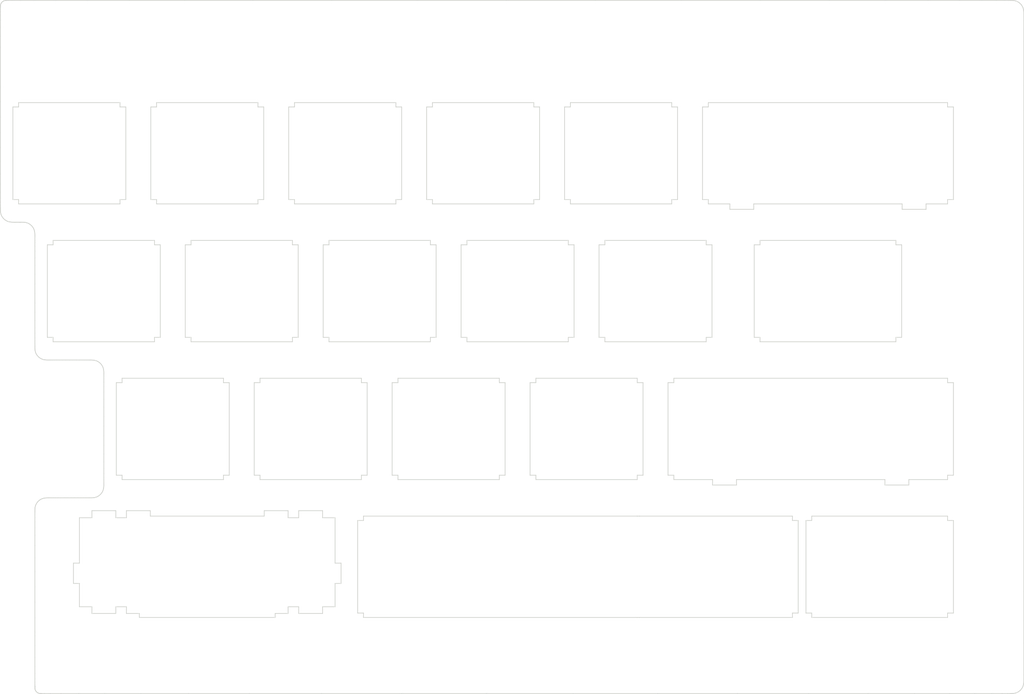
<source format=kicad_pcb>
(kicad_pcb (version 20211014) (generator pcbnew)
  (layers (0 "F.Cu" signal) (31 "B.Cu" signal) (34 "B.Paste" user) (35 "F.Paste" user) (36 "B.SilkS" user "B.Silkscreen") (37 "F.SilkS" user "F.Silkscreen") (38 "B.Mask" user) (39 "F.Mask" user) (44 "Edge.Cuts" user))
  (net 0 "")
  (footprint "Mounting_Holes:MountingHole_2.2mm_M2" (layer "B.Cu") (at 155.752361 23.763595)
    (fp_text reference "REF**" hide)
    (fp_text value "MountingHole_2.2mm_M2" hide)
    (pad "" np_thru_hole circle locked (at 0 0) (size 2.2 2.2) (drill 2.2) (layers *.Cu *.Mask))
  )
  (footprint "Mounting_Holes:MountingHole_2.2mm_M2" (layer "B.Cu") (at 156.227361 69.046786)
    (fp_text reference "REF**" hide)
    (fp_text value "MountingHole_2.2mm_M2" hide)
    (pad "" np_thru_hole circle locked (at 0 0) (size 2.2 2.2) (drill 2.2) (layers *.Cu *.Mask))
  )
  (footprint "Mounting_Holes:MountingHole_2.2mm_M2" (layer "B.Cu") (at 155.777361 110.696786)
    (fp_text reference "REF**" hide)
    (fp_text value "MountingHole_2.2mm_M2" hide)
    (pad "" np_thru_hole circle locked (at 0 0) (size 2.2 2.2) (drill 2.2) (layers *.Cu *.Mask))
  )
  (footprint "Mounting_Holes:MountingHole_2.2mm_M2" (layer "B.Cu") (at 27.652361 111.146786)
    (fp_text reference "REF**" hide)
    (fp_text value "MountingHole_2.2mm_M2" hide)
    (pad "" np_thru_hole circle locked (at 0 0) (size 2.2 2.2) (drill 2.2) (layers *.Cu *.Mask))
  )
  (footprint "Mounting_Holes:MountingHole_2.2mm_M2" (layer "B.Cu") (at 22.852361 23.338595)
    (fp_text reference "REF**" hide)
    (fp_text value "MountingHole_2.2mm_M2" hide)
    (pad "" np_thru_hole circle locked (at 0 0) (size 2.2 2.2) (drill 2.2) (layers *.Cu *.Mask))
  )
  (gr_line (start 58.688437 34.063452) (end 59.488425 34.063452) (layer "Edge.Cuts") (width 0.1))
  (gr_line (start 116.638436 34.063452) (end 116.638436 33.463452) (layer "Edge.Cuts") (width 0.1))
  (gr_line (start 151.368009 19.330262) (end 146.988833 19.330262) (layer "Edge.Cuts") (width 0.1))
  (gr_line (start 133.351711 19.330262) (end 123.827674 19.330262) (layer "Edge.Cuts") (width 0.1))
  (gr_line (start 53.257074 115.138728) (end 63.219846 115.13882) (layer "Edge.Cuts") (width 0.1))
  (gr_line (start 19.960268 19.330263) (end 19.797528 19.330263) (layer "Edge.Cuts") (width 0.1))
  (gr_line (start 23.630263 67.447011) (end 23.637994 67.551585) (layer "Edge.Cuts") (width 0.1))
  (gr_line (start 23.629744 114.375122) (end 23.635101 114.429501) (layer "Edge.Cuts") (width 0.1))
  (gr_line (start 24.908116 68.997133) (end 25.024587 69.015935) (layer "Edge.Cuts") (width 0.1))
  (gr_line (start 160.179572 113.82024) (end 160.196094 113.705328) (layer "Edge.Cuts") (width 0.1))
  (gr_line (start 32.103089 69.14179) (end 32.223579 69.189527) (layer "Edge.Cuts") (width 0.1))
  (gr_line (start 122.91343 48.213451) (end 119.613426 48.213451) (layer "Edge.Cuts") (width 0.1))
  (gr_line (start 23.624982 51.715692) (end 23.625415 51.79199) (layer "Edge.Cuts") (width 0.1))
  (gr_line (start 24.97552 88.118067) (end 24.857266 88.140229) (layer "Edge.Cuts") (width 0.1))
  (gr_line (start 58.606436 89.863455) (end 58.606436 90.843458) (layer "Edge.Cuts") (width 0.1))
  (gr_line (start 26.150426 66.513453) (end 26.150426 65.913454) (layer "Edge.Cuts") (width 0.1))
  (gr_line (start 30.464863 69.038454) (end 30.703038 69.038454) (layer "Edge.Cuts") (width 0.1))
  (gr_line (start 23.625417 53.331645) (end 23.625417 54.016544) (layer "Edge.Cuts") (width 0.1))
  (gr_line (start 23.634103 89.620947) (end 23.628294 89.721629) (layer "Edge.Cuts") (width 0.1))
  (gr_line (start 142.544427 65.913454) (end 142.544427 66.513453) (layer "Edge.Cuts") (width 0.1))
  (gr_line (start 83.300437 66.513453) (end 83.300437 65.913454) (layer "Edge.Cuts") (width 0.1))
  (gr_line (start 23.625417 65.959147) (end 23.625417 66.401106) (layer "Edge.Cuts") (width 0.1))
  (gr_line (start 18.900772 19.90071) (end 18.886175 19.961164) (layer "Edge.Cuts") (width 0.1))
  (gr_line (start 23.767827 89.034895) (end 23.722045 89.155671) (layer "Edge.Cuts") (width 0.1))
  (gr_line (start 149.68844 85.563452) (end 144.331429 85.563452) (layer "Edge.Cuts") (width 0.1))
  (gr_line (start 18.862917 37.599971) (end 18.862917 39.684141) (layer "Edge.Cuts") (width 0.1))
  (gr_line (start 18.862917 35.453441) (end 18.862917 37.599971) (layer "Edge.Cuts") (width 0.1))
  (gr_line (start 64.250434 66.513453) (end 64.250434 65.913454) (layer "Edge.Cuts") (width 0.1))
  (gr_line (start 56.819434 104.613455) (end 38.056433 104.613455) (layer "Edge.Cuts") (width 0.1))
  (gr_line (start 23.625417 51.925464) (end 23.625417 52.029184) (layer "Edge.Cuts") (width 0.1))
  (gr_line (start 18.869228 20.076333) (end 18.865349 20.128806) (layer "Edge.Cuts") (width 0.1))
  (gr_line (start 119.613426 47.463451) (end 116.638436 47.463451) (layer "Edge.Cuts") (width 0.1))
  (gr_line (start 78.250434 53.113453) (end 79.050437 53.113453) (layer "Edge.Cuts") (width 0.1))
  (gr_line (start 59.488425 34.063452) (end 59.488425 33.463452) (layer "Edge.Cuts") (width 0.1))
  (gr_line (start 19.718425 19.330659) (end 19.672046 19.332158) (layer "Edge.Cuts") (width 0.1))
  (gr_line (start 35.388433 33.463452) (end 35.388433 34.063452) (layer "Edge.Cuts") (width 0.1))
  (gr_line (start 23.625417 92.189155) (end 23.625417 93.26864) (layer "Edge.Cuts") (width 0.1))
  (gr_line (start 21.58017 49.988454) (end 21.607768 49.988454) (layer "Edge.Cuts") (width 0.1))
  (gr_line (start 150.488427 84.963454) (end 149.68844 84.963454) (layer "Edge.Cuts") (width 0.1))
  (gr_line (start 49.675436 84.963454) (end 49.675436 85.563452) (layer "Edge.Cuts") (width 0.1))
  (gr_line (start 35.675436 84.963454) (end 34.875433 84.963454) (layer "Edge.Cuts") (width 0.1))
  (gr_line (start 24.788102 68.970012) (end 24.908116 68.997133) (layer "Edge.Cuts") (width 0.1))
  (gr_line (start 23.625417 90.419284) (end 23.625417 90.807273) (layer "Edge.Cuts") (width 0.1))
  (gr_line (start 78.250434 52.513452) (end 78.250434 53.113453) (layer "Edge.Cuts") (width 0.1))
  (gr_line (start 44.860647 115.13865) (end 53.257074 115.138728) (layer "Edge.Cuts") (width 0.1))
  (gr_line (start 33.150417 74.438187) (end 33.150417 75.584493) (layer "Edge.Cuts") (width 0.1))
  (gr_line (start 72.975425 72.163454) (end 73.775428 72.163454) (layer "Edge.Cuts") (width 0.1))
  (gr_line (start 23.622725 51.626322) (end 23.624982 51.715692) (layer "Edge.Cuts") (width 0.1))
  (gr_line (start 88.575431 72.163454) (end 88.575431 84.963454) (layer "Edge.Cuts") (width 0.1))
  (gr_line (start 20.939264 49.988454) (end 20.977039 49.988454) (layer "Edge.Cuts") (width 0.1))
  (gr_line (start 73.488425 34.063452) (end 74.288428 34.063452) (layer "Edge.Cuts") (width 0.1))
  (gr_line (start 111.588432 47.463451) (end 97.588432 47.463451) (layer "Edge.Cuts") (width 0.1))
  (gr_line (start 19.797528 19.330263) (end 19.758538 19.330275) (layer "Edge.Cuts") (width 0.1))
  (gr_line (start 23.625417 114.123952) (end 23.625417 114.141393) (layer "Edge.Cuts") (width 0.1))
  (gr_line (start 19.104426 19.561431) (end 19.057529 19.611437) (layer "Edge.Cuts") (width 0.1))
  (gr_line (start 149.68844 71.563452) (end 149.68844 72.163454) (layer "Edge.Cuts") (width 0.1))
  (gr_line (start 115.838432 34.063452) (end 116.638436 34.063452) (layer "Edge.Cuts") (width 0.1))
  (gr_line (start 23.625417 55.971789) (end 23.625417 57.185898) (layer "Edge.Cuts") (width 0.1))
  (gr_line (start 60.069434 103.143454) (end 58.606436 103.143454) (layer "Edge.Cuts") (width 0.1))
  (gr_line (start 18.946032 19.779673) (end 18.920472 19.83984) (layer "Edge.Cuts") (width 0.1))
  (gr_line (start 78.538428 46.863453) (end 77.738425 46.863453) (layer "Edge.Cuts") (width 0.1))
  (gr_line (start 111.875435 84.963454) (end 111.075432 84.963454) (layer "Edge.Cuts") (width 0.1))
  (gr_line (start 111.588432 46.863453) (end 111.588432 47.463451) (layer "Edge.Cuts") (width 0.1))
  (gr_line (start 21.024349 49.988454) (end 21.080686 49.988454) (layer "Edge.Cuts") (width 0.1))
  (gr_line (start 28.867327 69.038454) (end 29.340569 69.038454) (layer "Edge.Cuts") (width 0.1))
  (gr_line (start 33.150417 86.041267) (end 33.150417 86.147358) (layer "Edge.Cuts") (width 0.1))
  (gr_line (start 24.455732 115.137614) (end 24.498339 115.138374) (layer "Edge.Cuts") (width 0.1))
  (gr_line (start 97.973554 115.139141) (end 109.664919 115.139249) (layer "Edge.Cuts") (width 0.1))
  (gr_line (start 23.625908 89.811584) (end 23.625421 89.888577) (layer "Edge.Cuts") (width 0.1))
  (gr_line (start 97.300438 65.913454) (end 97.300438 66.513453) (layer "Edge.Cuts") (width 0.1))
  (gr_line (start 23.625417 67.137214) (end 23.625417 67.200699) (layer "Edge.Cuts") (width 0.1))
  (gr_line (start 60.069434 90.843458) (end 60.069434 89.863455) (layer "Edge.Cuts") (width 0.1))
  (gr_line (start 160.213832 113.408384) (end 160.214215 113.332787) (layer "Edge.Cuts") (width 0.1))
  (gr_line (start 150.488427 46.863453) (end 149.68844 46.863453) (layer "Edge.Cuts") (width 0.1))
  (gr_line (start 27.412795 69.038454) (end 27.88465 69.038454) (layer "Edge.Cuts") (width 0.1))
  (gr_line (start 18.863352 48.261216) (end 18.865609 48.350586) (layer "Edge.Cuts") (width 0.1))
  (gr_line (start 25.660502 69.038454) (end 25.755353 69.038454) (layer "Edge.Cuts") (width 0.1))
  (gr_line (start 21.210177 49.988454) (end 21.278157 49.988454) (layer "Edge.Cuts") (width 0.1))
  (gr_line (start 159.355305 114.955653) (end 159.470676 114.888818) (layer "Edge.Cuts") (width 0.1))
  (gr_line (start 44.400427 53.113453) (end 45.20043 53.113453) (layer "Edge.Cuts") (width 0.1))
  (gr_line (start 18.862956 20.217916) (end 18.862917 20.252563) (layer "Edge.Cuts") (width 0.1))
  (gr_line (start 24.380099 88.332265) (end 24.269058 88.408971) (layer "Edge.Cuts") (width 0.1))
  (gr_line (start 160.209097 20.916772) (end 160.201127 20.811775) (layer "Edge.Cuts") (width 0.1))
  (gr_line (start 102.350426 66.513453) (end 102.350426 65.913454) (layer "Edge.Cuts") (width 0.1))
  (gr_line (start 160.166648 20.581733) (end 160.137092 20.46116) (layer "Edge.Cuts") (width 0.1))
  (gr_line (start 21.387426 47.463451) (end 21.387426 46.863453) (layer "Edge.Cuts") (width 0.1))
  (gr_line (start 119.613426 48.213451) (end 119.613426 47.463451) (layer "Edge.Cuts") (width 0.1))
  (gr_line (start 18.871214 48.450792) (end 18.881691 48.5596) (layer "Edge.Cuts") (width 0.1))
  (gr_line (start 21.387426 34.063452) (end 21.387426 33.463452) (layer "Edge.Cuts") (width 0.1))
  (gr_line (start 33.150417 85.613711) (end 33.150417 85.872544) (layer "Edge.Cuts") (width 0.1))
  (gr_line (start 68.725425 71.563452) (end 68.725425 72.163454) (layer "Edge.Cuts") (width 0.1))
  (gr_line (start 40.150427 52.513452) (end 40.150427 53.113453) (layer "Edge.Cuts") (width 0.1))
  (gr_line (start 78.538428 33.463452) (end 92.538429 33.463452) (layer "Edge.Cuts") (width 0.1))
  (gr_line (start 31.073945 88.088454) (end 30.963646 88.088454) (layer "Edge.Cuts") (width 0.1))
  (gr_line (start 20.088865 49.93537) (end 20.207299 49.957938) (layer "Edge.Cuts") (width 0.1))
  (gr_line (start 19.44632 19.364605) (end 19.385445 19.383153) (layer "Edge.Cuts") (width 0.1))
  (gr_line (start 106.825432 90.613456) (end 107.113426 90.613456) (layer "Edge.Cuts") (width 0.1))
  (gr_line (start 123.781926 66.513453) (end 123.781926 65.913454) (layer "Edge.Cuts") (width 0.1))
  (gr_line (start 159.626537 19.695025) (end 159.518451 19.613014) (layer "Edge.Cuts") (width 0.1))
  (gr_line (start 112.903177 19.330262) (end 101.048897 19.330262) (layer "Edge.Cuts") (width 0.1))
  (gr_line (start 160.214216 108.131225) (end 160.214216 105.093812) (layer "Edge.Cuts") (width 0.1))
  (gr_line (start 21.080686 49.988454) (end 21.143491 49.988454) (layer "Edge.Cuts") (width 0.1))
  (gr_line (start 73.775428 85.563452) (end 73.775428 84.963454) (layer "Edge.Cuts") (width 0.1))
  (gr_line (start 158.925688 19.370476) (end 158.809448 19.352043) (layer "Edge.Cuts") (width 0.1))
  (gr_line (start 33.150417 84.715807) (end 33.150417 85.237292) (layer "Edge.Cuts") (width 0.1))
  (gr_line (start 20.82318 49.988454) (end 20.853295 49.988454) (layer "Edge.Cuts") (width 0.1))
  (gr_line (start 20.880566 49.988454) (end 20.908164 49.988454) (layer "Edge.Cuts") (width 0.1))
  (gr_line (start 107.625435 84.963454) (end 106.825432 84.963454) (layer "Edge.Cuts") (width 0.1))
  (gr_line (start 116.638436 33.463452) (end 149.68844 33.463452) (layer "Edge.Cuts") (width 0.1))
  (gr_line (start 23.625417 113.081616) (end 23.625417 113.569916) (layer "Edge.Cuts") (width 0.1))
  (gr_line (start 92.538429 34.063452) (end 93.338432 34.063452) (layer "Edge.Cuts") (width 0.1))
  (gr_line (start 23.625417 98.295826) (end 23.625417 100.375454) (layer "Edge.Cuts") (width 0.1))
  (gr_line (start 23.625417 114.050169) (end 23.625417 114.123952) (layer "Edge.Cuts") (width 0.1))
  (gr_line (start 23.625662 114.280166) (end 23.62685 114.324973) (layer "Edge.Cuts") (width 0.1))
  (gr_line (start 63.369437 104.064459) (end 60.069434 104.064459) (layer "Edge.Cuts") (width 0.1))
  (gr_line (start 53.925436 72.163454) (end 54.725424 72.163454) (layer "Edge.Cuts") (width 0.1))
  (gr_line (start 28.165284 88.088454) (end 27.680085 88.088454) (layer "Edge.Cuts") (width 0.1))
  (gr_line (start 101.550438 53.113453) (end 102.350426 53.113453) (layer "Edge.Cuts") (width 0.1))
  (gr_line (start 35.675436 85.563452) (end 35.675436 84.963454) (layer "Edge.Cuts") (width 0.1))
  (gr_line (start 49.675436 85.563452) (end 35.675436 85.563452) (layer "Edge.Cuts") (width 0.1))
  (gr_line (start 64.614145 19.330263) (end 53.747518 19.330263) (layer "Edge.Cuts") (width 0.1))
  (gr_line (start 25.024587 69.015935) (end 25.13528 69.027942) (layer "Edge.Cuts") (width 0.1))
  (gr_line (start 23.625417 114.157178) (end 23.625417 114.169504) (layer "Edge.Cuts") (width 0.1))
  (gr_line (start 28.956426 97.113455) (end 29.780431 97.113455) (layer "Edge.Cuts") (width 0.1))
  (gr_line (start 111.075432 84.963454) (end 111.075432 72.163454) (layer "Edge.Cuts") (width 0.1))
  (gr_line (start 54.438437 34.063452) (end 55.238425 34.063452) (layer "Edge.Cuts") (width 0.1))
  (gr_line (start 160.214216 31.125939) (end 160.214216 25) (layer "Edge.Cuts") (width 0.1))
  (gr_line (start 19.612018 49.741118) (end 19.727597 49.807387) (layer "Edge.Cuts") (width 0.1))
  (gr_line (start 23.696351 114.667035) (end 23.725267 114.725913) (layer "Edge.Cuts") (width 0.1))
  (gr_line (start 32.84318 69.699924) (end 32.918161 69.811823) (layer "Edge.Cuts") (width 0.1))
  (gr_line (start 29.780431 90.843458) (end 31.506429 90.843458) (layer "Edge.Cuts") (width 0.1))
  (gr_line (start 117.231438 85.563452) (end 111.875435 85.563452) (layer "Edge.Cuts") (width 0.1))
  (gr_line (start 158.15345 19.330262) (end 157.592342 19.330262) (layer "Edge.Cuts") (width 0.1))
  (gr_line (start 21.278157 49.988454) (end 21.344843 49.988454) (layer "Edge.Cuts") (width 0.1))
  (gr_line (start 30.963646 88.088454) (end 30.812535 88.088454) (layer "Edge.Cuts") (width 0.1))
  (gr_line (start 31.506429 89.863455) (end 34.806433 89.863455) (layer "Edge.Cuts") (width 0.1))
  (gr_line (start 36.26943 103.143454) (end 34.806433 103.143454) (layer "Edge.Cuts") (width 0.1))
  (gr_line (start 158.654386 115.132955) (end 158.761549 115.123645) (layer "Edge.Cuts") (width 0.1))
  (gr_line (start 77.738425 34.063452) (end 78.538428 34.063452) (layer "Edge.Cuts") (width 0.1))
  (gr_line (start 23.825881 88.916689) (end 23.767827 89.034895) (layer "Edge.Cuts") (width 0.1))
  (gr_line (start 93.338432 34.063452) (end 93.338432 46.863453) (layer "Edge.Cuts") (width 0.1))
  (gr_line (start 40.150427 66.513453) (end 26.150426 66.513453) (layer "Edge.Cuts") (width 0.1))
  (gr_line (start 23.625417 114.142426) (end 23.625417 114.144575) (layer "Edge.Cuts") (width 0.1))
  (gr_line (start 20.684022 49.988454) (end 20.741716 49.988454) (layer "Edge.Cuts") (width 0.1))
  (gr_line (start 150.488427 91.212455) (end 150.488427 104.01345) (layer "Edge.Cuts") (width 0.1))
  (gr_line (start 23.687305 89.276901) (end 23.662085 89.396347) (layer "Edge.Cuts") (width 0.1))
  (gr_line (start 23.625417 54.016544) (end 23.625417 54.899098) (layer "Edge.Cuts") (width 0.1))
  (gr_line (start 23.625419 114.241816) (end 23.625662 114.280166) (layer "Edge.Cuts") (width 0.1))
  (gr_line (start 158.298379 115.139698) (end 158.396306 115.139699) (layer "Edge.Cuts") (width 0.1))
  (gr_line (start 23.625417 111.404094) (end 23.625417 112.373314) (layer "Edge.Cuts") (width 0.1))
  (gr_line (start 18.862919 48.184919) (end 18.863352 48.261216) (layer "Edge.Cuts") (width 0.1))
  (gr_line (start 69.013434 91.212455) (end 69.013434 90.613456) (layer "Edge.Cuts") (width 0.1))
  (gr_line (start 19.298757 49.481298) (end 19.39643 49.576905) (layer "Edge.Cuts") (width 0.1))
  (gr_line (start 69.013434 104.01345) (end 68.213431 104.01345) (layer "Edge.Cuts") (width 0.1))
  (gr_line (start 18.923355 48.794073) (end 18.957591 48.915267) (layer "Edge.Cuts") (width 0.1))
  (gr_line (start 27.88465 69.038454) (end 28.375758 69.038454) (layer "Edge.Cuts") (width 0.1))
  (gr_line (start 158.425733 19.330279) (end 158.35309 19.330262) (layer "Edge.Cuts") (width 0.1))
  (gr_line (start 24.857266 88.140229) (end 24.736421 88.171359) (layer "Edge.Cuts") (width 0.1))
  (gr_line (start 63.219846 115.13882) (end 74.296518 115.138922) (layer "Edge.Cuts") (width 0.1))
  (gr_line (start 18.865349 20.128806) (end 18.863513 20.176374) (layer "Edge.Cuts") (width 0.1))
  (gr_line (start 158.396306 115.139699) (end 158.469529 115.139458) (layer "Edge.Cuts") (width 0.1))
  (gr_line (start 26.150426 52.513452) (end 40.150427 52.513452) (layer "Edge.Cuts") (width 0.1))
  (gr_line (start 35.388433 34.063452) (end 36.188436 34.063452) (layer "Edge.Cuts") (width 0.1))
  (gr_line (start 18.862917 45.842059) (end 18.862917 46.660441) (layer "Edge.Cuts") (width 0.1))
  (gr_line (start 23.625417 52.194184) (end 23.625417 52.447943) (layer "Edge.Cuts") (width 0.1))
  (gr_line (start 30.156906 69.038454) (end 30.464863 69.038454) (layer "Edge.Cuts") (width 0.1))
  (gr_line (start 19.620525 19.335538) (end 19.564982 19.341562) (layer "Edge.Cuts") (width 0.1))
  (gr_line (start 23.625417 52.029184) (end 23.625417 52.194184) (layer "Edge.Cuts") (width 0.1))
  (gr_line (start 23.625417 96.364431) (end 23.625417 98.295826) (layer "Edge.Cuts") (width 0.1))
  (gr_line (start 92.825431 84.963454) (end 92.025428 84.963454) (layer "Edge.Cuts") (width 0.1))
  (gr_line (start 23.760037 114.782801) (end 23.800078 114.837116) (layer "Edge.Cuts") (width 0.1))
  (gr_line (start 23.644859 89.511775) (end 23.634103 89.620947) (layer "Edge.Cuts") (width 0.1))
  (gr_line (start 18.862917 20.385505) (end 18.862917 20.565318) (layer "Edge.Cuts") (width 0.1))
  (gr_line (start 106.825432 71.563452) (end 106.825432 72.163454) (layer "Edge.Cuts") (width 0.1))
  (gr_line (start 73.775428 84.963454) (end 72.975425 84.963454) (layer "Edge.Cuts") (width 0.1))
  (gr_line (start 31.241069 69.038454) (end 31.297032 69.038454) (layer "Edge.Cuts") (width 0.1))
  (gr_line (start 36.686909 19.330263) (end 30.8427 19.330263) (layer "Edge.Cuts") (width 0.1))
  (gr_line (start 87.775428 72.163454) (end 88.575431 72.163454) (layer "Edge.Cuts") (width 0.1))
  (gr_line (start 160.214216 112.611166) (end 160.214216 111.737987) (layer "Edge.Cuts") (width 0.1))
  (gr_line (start 31.861889 69.078668) (end 31.981781 69.105345) (layer "Edge.Cuts") (width 0.1))
  (gr_line (start 23.625417 107.138454) (end 23.625417 107.138454) (layer "Edge.Cuts") (width 0.1))
  (gr_line (start 158.505004 19.330973) (end 158.425733 19.330279) (layer "Edge.Cuts") (width 0.1))
  (gr_line (start 160.187485 20.69935) (end 160.166648 20.581733) (layer "Edge.Cuts") (width 0.1))
  (gr_line (start 24.163927 88.495513) (end 24.065876 88.590724) (layer "Edge.Cuts") (width 0.1))
  (gr_line (start 23.625417 102.521486) (end 23.625417 104.652091) (layer "Edge.Cuts") (width 0.1))
  (gr_line (start 33.057671 87.009296) (end 33.013043 87.130217) (layer "Edge.Cuts") (width 0.1))
  (gr_line (start 24.615223 88.212983) (end 24.495884 88.266564) (layer "Edge.Cuts") (width 0.1))
  (gr_line (start 160.201127 20.811775) (end 160.187485 20.69935) (layer "Edge.Cuts") (width 0.1))
  (gr_line (start 23.643681 114.486995) (end 23.656243 114.546492) (layer "Edge.Cuts") (width 0.1))
  (gr_line (start 23.625417 57.185898) (end 23.625417 58.49023) (layer "Edge.Cuts") (width 0.1))
  (gr_line (start 159.236254 115.010457) (end 159.355305 114.955653) (layer "Edge.Cuts") (width 0.1))
  (gr_line (start 74.296518 115.138922) (end 86.032587 115.13903) (layer "Edge.Cuts") (width 0.1))
  (gr_line (start 23.62685 114.324973) (end 23.629744 114.375122) (layer "Edge.Cuts") (width 0.1))
  (gr_line (start 128.256432 104.01345) (end 128.256432 104.613456) (layer "Edge.Cuts") (width 0.1))
  (gr_line (start 31.182925 69.038454) (end 31.241069 69.038454) (layer "Edge.Cuts") (width 0.1))
  (gr_line (start 122.91343 47.463451) (end 122.91343 48.213451) (layer "Edge.Cuts") (width 0.1))
  (gr_line (start 32.808105 87.473008) (end 32.719175 87.576394) (layer "Edge.Cuts") (width 0.1))
  (gr_line (start 23.358839 50.707986) (end 23.428093 50.822419) (layer "Edge.Cuts") (width 0.1))
  (gr_line (start 25.56428 88.088454) (end 25.508579 88.088454) (layer "Edge.Cuts") (width 0.1))
  (gr_line (start 59.488425 46.863453) (end 58.688437 46.863453) (layer "Edge.Cuts") (width 0.1))
  (gr_line (start 29.142306 88.088454) (end 28.658955 88.088454) (layer "Edge.Cuts") (width 0.1))
  (gr_line (start 58.606436 90.843458) (end 60.069434 90.843458) (layer "Edge.Cuts") (width 0.1))
  (gr_line (start 159.581189 114.811093) (end 159.685676 114.723646) (layer "Edge.Cuts") (width 0.1))
  (gr_line (start 23.625417 63.585861) (end 23.625417 64.573367) (layer "Edge.Cuts") (width 0.1))
  (gr_line (start 92.538429 33.463452) (end 92.538429 34.063452) (layer "Edge.Cuts") (width 0.1))
  (gr_line (start 20.853295 49.988454) (end 20.880566 49.988454) (layer "Edge.Cuts") (width 0.1))
  (gr_line (start 156.432544 19.330262) (end 154.43684 19.330262) (layer "Edge.Cuts") (width 0.1))
  (gr_line (start 160.214216 23.268414) (end 160.214216 22.171075) (layer "Edge.Cuts") (width 0.1))
  (gr_line (start 159.405008 19.541394) (end 159.287378 19.481335) (layer "Edge.Cuts") (width 0.1))
  (gr_line (start 23.625417 58.49023) (end 23.625417 59.833588) (layer "Edge.Cuts") (width 0.1))
  (gr_line (start 149.68844 34.063452) (end 150.488427 34.063452) (layer "Edge.Cuts") (width 0.1))
  (gr_line (start 33.150417 75.584493) (end 33.150417 76.847879) (layer "Edge.Cuts") (width 0.1))
  (gr_line (start 68.213431 91.212455) (end 69.013434 91.212455) (layer "Edge.Cuts") (width 0.1))
  (gr_line (start 23.625417 114.144575) (end 23.625417 114.14918) (layer "Edge.Cuts") (width 0.1))
  (gr_line (start 50.475424 72.163454) (end 50.475424 84.963454) (layer "Edge.Cuts") (width 0.1))
  (gr_line (start 25.377926 88.08863) (end 25.292388 88.090156) (layer "Edge.Cuts") (width 0.1))
  (gr_line (start 102.350426 52.513452) (end 116.350426 52.513452) (layer "Edge.Cuts") (width 0.1))
  (gr_line (start 31.154708 88.088454) (end 31.073945 88.088454) (layer "Edge.Cuts") (width 0.1))
  (gr_line (start 33.150417 71.1483) (end 33.150417 71.352071) (layer "Edge.Cuts") (width 0.1))
  (gr_line (start 116.350426 53.113453) (end 117.150429 53.113453) (layer "Edge.Cuts") (width 0.1))
  (gr_line (start 19.155211 19.515439) (end 19.104426 19.561431) (layer "Edge.Cuts") (width 0.1))
  (gr_line (start 25.980793 88.088454) (end 25.825059 88.088454) (layer "Edge.Cuts") (width 0.1))
  (gr_line (start 20.58743 34.063452) (end 21.387426 34.063452) (layer "Edge.Cuts") (width 0.1))
  (gr_line (start 76.433703 19.330262) (end 64.614145 19.330263) (layer "Edge.Cuts") (width 0.1))
  (gr_line (start 112.388435 34.063452) (end 112.388435 46.863453) (layer "Edge.Cuts") (width 0.1))
  (gr_line (start 109.664919 115.139249) (end 120.65218 115.13935) (layer "Edge.Cuts") (width 0.1))
  (gr_line (start 25.08895 88.10335) (end 24.97552 88.118067) (layer "Edge.Cuts") (width 0.1))
  (gr_line (start 59.20043 65.913454) (end 59.20043 66.513453) (layer "Edge.Cuts") (width 0.1))
  (gr_line (start 25.475907 69.038454) (end 25.532054 69.038454) (layer "Edge.Cuts") (width 0.1))
  (gr_line (start 111.875435 72.163454) (end 111.875435 71.563452) (layer "Edge.Cuts") (width 0.1))
  (gr_line (start 111.875435 85.563452) (end 111.875435 84.963454) (layer "Edge.Cuts") (width 0.1))
  (gr_line (start 18.862917 44.748365) (end 18.862917 45.842059) (layer "Edge.Cuts") (width 0.1))
  (gr_line (start 115.838432 46.863453) (end 115.838432 34.063452) (layer "Edge.Cuts") (width 0.1))
  (gr_line (start 88.735513 19.330262) (end 76.433703 19.330262) (layer "Edge.Cuts") (width 0.1))
  (gr_line (start 19.129495 49.268922) (end 19.20939 49.378248) (layer "Edge.Cuts") (width 0.1))
  (gr_line (start 153.443989 115.139653) (end 155.785249 115.139675) (layer "Edge.Cuts") (width 0.1))
  (gr_line (start 32.956204 87.24875) (end 32.887503 87.363404) (layer "Edge.Cuts") (width 0.1))
  (gr_line (start 111.588432 33.463452) (end 111.588432 34.063452) (layer "Edge.Cuts") (width 0.1))
  (gr_line (start 69.013434 104.613456) (end 69.013434 104.01345) (layer "Edge.Cuts") (width 0.1))
  (gr_line (start 24.534145 115.138462) (end 24.614804 115.138463) (layer "Edge.Cuts") (width 0.1))
  (gr_line (start 33.150417 76.847879) (end 33.150417 78.177149) (layer "Edge.Cuts") (width 0.1))
  (gr_line (start 31.635298 69.048524) (end 31.74565 69.060236) (layer "Edge.Cuts") (width 0.1))
  (gr_line (start 33.150417 78.177149) (end 33.150417 79.521105) (layer "Edge.Cuts") (width 0.1))
  (gr_line (start 101.550438 65.913454) (end 101.550438 53.113453) (layer "Edge.Cuts") (width 0.1))
  (gr_line (start 65.919425 99.913458) (end 65.094428 99.913458) (layer "Edge.Cuts") (width 0.1))
  (gr_line (start 30.342777 88.088454) (end 30.00289 88.088454) (layer "Edge.Cuts") (width 0.1))
  (gr_line (start 79.050437 65.913454) (end 78.250434 65.913454) (layer "Edge.Cuts") (width 0.1))
  (gr_line (start 33.150416 86.281543) (end 33.150033 86.35714) (layer "Edge.Cuts") (width 0.1))
  (gr_line (start 23.725267 114.725913) (end 23.760037 114.782801) (layer "Edge.Cuts") (width 0.1))
  (gr_line (start 160.214216 21.165394) (end 160.214121 21.095539) (layer "Edge.Cuts") (width 0.1))
  (gr_line (start 31.506429 104.064459) (end 31.506429 103.143454) (layer "Edge.Cuts") (width 0.1))
  (gr_line (start 120.531426 86.313452) (end 117.231438 86.313452) (layer "Edge.Cuts") (width 0.1))
  (gr_line (start 24.106728 68.57775) (end 24.207939 68.669409) (layer "Edge.Cuts") (width 0.1))
  (gr_line (start 35.675436 71.563452) (end 49.675436 71.563452) (layer "Edge.Cuts") (width 0.1))
  (gr_line (start 21.463985 49.988454) (end 21.511295 49.988454) (layer "Edge.Cuts") (width 0.1))
  (gr_line (start 19.325036 19.407405) (end 19.266102 19.43784) (layer "Edge.Cuts") (width 0.1))
  (gr_line (start 23.628294 89.721629) (end 23.625908 89.811584) (layer "Edge.Cuts") (width 0.1))
  (gr_line (start 159.98196 20.103631) (end 159.906979 19.991732) (layer "Edge.Cuts") (width 0.1))
  (gr_line (start 160.214216 74.652055) (end 160.214216 66.774864) (layer "Edge.Cuts") (width 0.1))
  (gr_line (start 23.625417 93.26864) (end 23.625417 94.663099) (layer "Edge.Cuts") (width 0.1))
  (gr_line (start 26.602002 69.038454) (end 26.978982 69.038454) (layer "Edge.Cuts") (width 0.1))
  (gr_line (start 23.625494 67.269419) (end 23.626604 67.35221) (layer "Edge.Cuts") (width 0.1))
  (gr_line (start 30.812535 88.088454) (end 30.609337 88.088454) (layer "Edge.Cuts") (width 0.1))
  (gr_line (start 32.887503 87.363404) (end 32.808105 87.473008) (layer "Edge.Cuts") (width 0.1))
  (gr_line (start 33.013043 87.130217) (end 32.956204 87.24875) (layer "Edge.Cuts") (width 0.1))
  (gr_line (start 21.344843 49.988454) (end 21.407648 49.988454) (layer "Edge.Cuts") (width 0.1))
  (gr_line (start 40.438436 47.463451) (end 40.438436 46.863453) (layer "Edge.Cuts") (width 0.1))
  (gr_line (start 160.214216 110.295311) (end 160.214216 108.131225) (layer "Edge.Cuts") (width 0.1))
  (gr_line (start 78.250434 66.513453) (end 64.250434 66.513453) (layer "Edge.Cuts") (width 0.1))
  (gr_line (start 58.606436 104.064459) (end 56.819434 104.064459) (layer "Edge.Cuts") (width 0.1))
  (gr_line (start 159.115141 115.053195) (end 159.236254 115.010457) (layer "Edge.Cuts") (width 0.1))
  (gr_line (start 141.031426 85.563452) (end 120.531426 85.563452) (layer "Edge.Cuts") (width 0.1))
  (gr_line (start 23.625417 114.141797) (end 23.625417 114.142426) (layer "Edge.Cuts") (width 0.1))
  (gr_line (start 34.806433 89.863455) (end 34.806433 90.843458) (layer "Edge.Cuts") (width 0.1))
  (gr_line (start 31.332524 88.088454) (end 31.272722 88.088454) (layer "Edge.Cuts") (width 0.1))
  (gr_line (start 45.20043 52.513452) (end 59.20043 52.513452) (layer "Edge.Cuts") (width 0.1))
  (gr_line (start 130.925439 104.01345) (end 130.125435 104.01345) (layer "Edge.Cuts") (width 0.1))
  (gr_line (start 22.167316 50.003923) (end 22.281035 50.018971) (layer "Edge.Cuts") (width 0.1))
  (gr_line (start 160.214216 25) (end 160.214216 23.268414) (layer "Edge.Cuts") (width 0.1))
  (gr_line (start 19.672046 19.332158) (end 19.620525 19.335538) (layer "Edge.Cuts") (width 0.1))
  (gr_line (start 29.340569 69.038454) (end 29.776692 69.038454) (layer "Edge.Cuts") (width 0.1))
  (gr_line (start 31.590603 88.081708) (end 31.492518 88.086472) (layer "Edge.Cuts") (width 0.1))
  (gr_line (start 160.21292 21.012106) (end 160.209097 20.916772) (layer "Edge.Cuts") (width 0.1))
  (gr_line (start 40.150427 65.913454) (end 40.150427 66.513453) (layer "Edge.Cuts") (width 0.1))
  (gr_line (start 23.625417 113.569916) (end 23.625417 113.879129) (layer "Edge.Cuts") (width 0.1))
  (gr_line (start 31.506429 103.143454) (end 29.780431 103.143454) (layer "Edge.Cuts") (width 0.1))
  (gr_line (start 160.214216 82.315261) (end 160.214216 74.652055) (layer "Edge.Cuts") (width 0.1))
  (gr_line (start 20.787044 49.988454) (end 20.82318 49.988454) (layer "Edge.Cuts") (width 0.1))
  (gr_line (start 120.531426 85.563452) (end 120.531426 86.313452) (layer "Edge.Cuts") (width 0.1))
  (gr_line (start 33.279749 115.138543) (end 38.262374 115.138589) (layer "Edge.Cuts") (width 0.1))
  (gr_line (start 160.02 114.3) (end 160.07684 114.181466) (layer "Edge.Cuts") (width 0.1))
  (gr_line (start 54.725424 71.563452) (end 68.725425 71.563452) (layer "Edge.Cuts") (width 0.1))
  (gr_line (start 24.207939 68.669409) (end 24.315732 68.751902) (layer "Edge.Cuts") (width 0.1))
  (gr_line (start 142.544427 53.113453) (end 143.34443 53.113453) (layer "Edge.Cuts") (width 0.1))
  (gr_line (start 97.300438 66.513453) (end 83.300437 66.513453) (layer "Edge.Cuts") (width 0.1))
  (gr_line (start 23.671768 67.781111) (end 23.70086 67.901591) (layer "Edge.Cuts") (width 0.1))
  (gr_line (start 18.977746 19.721144) (end 18.946032 19.779673) (layer "Edge.Cuts") (width 0.1))
  (gr_line (start 123.827674 19.330262) (end 112.903177 19.330262) (layer "Edge.Cuts") (width 0.1))
  (gr_line (start 39.638433 46.863453) (end 39.638433 34.063452) (layer "Edge.Cuts") (width 0.1))
  (gr_line (start 69.013434 90.613456) (end 106.825432 90.613456) (layer "Edge.Cuts") (width 0.1))
  (gr_line (start 49.675436 72.163454) (end 50.475424 72.163454) (layer "Edge.Cuts") (width 0.1))
  (gr_line (start 20.58743 46.863453) (end 20.58743 34.063452) (layer "Edge.Cuts") (width 0.1))
  (gr_line (start 23.637994 67.551585) (end 23.651321 67.663697) (layer "Edge.Cuts") (width 0.1))
  (gr_line (start 23.625417 114.141393) (end 23.625417 114.141797) (layer "Edge.Cuts") (width 0.1))
  (gr_line (start 141.062093 19.330262) (end 133.351711 19.330262) (layer "Edge.Cuts") (width 0.1))
  (gr_line (start 160.214216 51.578809) (end 160.214216 44.860083) (layer "Edge.Cuts") (width 0.1))
  (gr_line (start 21.746618 49.988454) (end 21.804312 49.988454) (layer "Edge.Cuts") (width 0.1))
  (gr_line (start 160.214216 113.256693) (end 160.214216 113.066763) (layer "Edge.Cuts") (width 0.1))
  (gr_line (start 21.876811 49.988661) (end 21.962968 49.990293) (layer "Edge.Cuts") (width 0.1))
  (gr_line (start 23.091904 50.400003) (end 23.189577 50.49561) (layer "Edge.Cuts") (width 0.1))
  (gr_line (start 59.488425 47.463451) (end 59.488425 46.863453) (layer "Edge.Cuts") (width 0.1))
  (gr_line (start 142.544427 66.513453) (end 123.781926 66.513453) (layer "Edge.Cuts") (width 0.1))
  (gr_line (start 19.564982 19.341562) (end 19.50654 19.350997) (layer "Edge.Cuts") (width 0.1))
  (gr_line (start 33.150417 72.68422) (end 33.150417 73.460143) (layer "Edge.Cuts") (width 0.1))
  (gr_line (start 102.350426 65.913454) (end 101.550438 65.913454) (layer "Edge.Cuts") (width 0.1))
  (gr_line (start 20.207299 49.957938) (end 20.321018 49.972985) (layer "Edge.Cuts") (width 0.1))
  (gr_line (start 158.809448 19.352043) (end 158.699097 19.340332) (layer "Edge.Cuts") (width 0.1))
  (gr_line (start 33.150417 71.657662) (end 33.150417 72.092553) (layer "Edge.Cuts") (width 0.1))
  (gr_line (start 34.875433 84.963454) (end 34.875433 72.163454) (layer "Edge.Cuts") (width 0.1))
  (gr_line (start 34.806433 104.064459) (end 31.506429 104.064459) (layer "Edge.Cuts") (width 0.1))
  (gr_line (start 160.206296 113.596891) (end 160.2117 113.497164) (layer "Edge.Cuts") (width 0.1))
  (gr_line (start 130.125435 91.212455) (end 130.925439 91.212455) (layer "Edge.Cuts") (width 0.1))
  (gr_line (start 116.638436 46.863453) (end 115.838432 46.863453) (layer "Edge.Cuts") (width 0.1))
  (gr_line (start 23.189577 50.49561) (end 23.278944 50.59866) (layer "Edge.Cuts") (width 0.1))
  (gr_line (start 160.155205 113.939391) (end 160.179572 113.82024) (layer "Edge.Cuts") (width 0.1))
  (gr_line (start 33.150417 70.936312) (end 33.150417 71.018873) (layer "Edge.Cuts") (width 0.1))
  (gr_line (start 160.214216 22.171075) (end 160.214216 21.556068) (layer "Edge.Cuts") (width 0.1))
  (gr_line (start 23.976073 88.693436) (end 23.895685 88.80248) (layer "Edge.Cuts") (width 0.1))
  (gr_line (start 23.651321 67.663697) (end 23.671768 67.781111) (layer "Edge.Cuts") (width 0.1))
  (gr_line (start 22.281035 50.018971) (end 22.399469 50.041538) (layer "Edge.Cuts") (width 0.1))
  (gr_line (start 33.132295 86.654081) (end 33.115773 86.768993) (layer "Edge.Cuts") (width 0.1))
  (gr_line (start 32.406886 87.837567) (end 32.291516 87.904402) (layer "Edge.Cuts") (width 0.1))
  (gr_line (start 18.957591 48.915267) (end 19.002794 49.036118) (layer "Edge.Cuts") (width 0.1))
  (gr_line (start 160.214216 39.127579) (end 160.214216 34.581764) (layer "Edge.Cuts") (width 0.1))
  (gr_line (start 73.775428 72.163454) (end 73.775428 71.563452) (layer "Edge.Cuts") (width 0.1))
  (gr_line (start 39.569433 90.613455) (end 55.306433 90.613455) (layer "Edge.Cuts") (width 0.1))
  (gr_line (start 50.475424 84.963454) (end 49.675436 84.963454) (layer "Edge.Cuts") (width 0.1))
  (gr_line (start 22.987095 50.313007) (end 23.091904 50.400003) (layer "Edge.Cuts") (width 0.1))
  (gr_line (start 24.666781 68.933047) (end 24.788102 68.970012) (layer "Edge.Cuts") (width 0.1))
  (gr_line (start 23.530851 19.330263) (end 21.590648 19.330263) (layer "Edge.Cuts") (width 0.1))
  (gr_line (start 18.863513 20.176374) (end 18.862956 20.217916) (layer "Edge.Cuts") (width 0.1))
  (gr_line (start 87.775428 71.563452) (end 87.775428 72.163454) (layer "Edge.Cuts") (width 0.1))
  (gr_line (start 28.375758 69.038454) (end 28.867327 69.038454) (layer "Edge.Cuts") (width 0.1))
  (gr_line (start 107.113426 90.613456) (end 128.256432 90.613456) (layer "Edge.Cuts") (width 0.1))
  (gr_line (start 130.125435 104.01345) (end 130.125435 91.212455) (layer "Edge.Cuts") (width 0.1))
  (gr_line (start 23.946012 114.978808) (end 24.001322 115.017016) (layer "Edge.Cuts") (width 0.1))
  (gr_line (start 19.846793 49.86158) (end 19.967951 49.903759) (layer "Edge.Cuts") (width 0.1))
  (gr_line (start 32.6643 69.494453) (end 32.75817 69.593745) (layer "Edge.Cuts") (width 0.1))
  (gr_line (start 20.321018 49.972985) (end 20.427785 49.982036) (layer "Edge.Cuts") (width 0.1))
  (gr_line (start 97.300438 53.113453) (end 98.100425 53.113453) (layer "Edge.Cuts") (width 0.1))
  (gr_line (start 23.625417 110.133041) (end 23.625417 111.404094) (layer "Edge.Cuts") (width 0.1))
  (gr_line (start 160.2117 113.497164) (end 160.213832 113.408384) (layer "Edge.Cuts") (width 0.1))
  (gr_line (start 88.575431 84.963454) (end 87.775428 84.963454) (layer "Edge.Cuts") (width 0.1))
  (gr_line (start 69.525428 84.963454) (end 68.725425 84.963454) (layer "Edge.Cuts") (width 0.1))
  (gr_line (start 159.871899 114.524259) (end 159.951299 114.414654) (layer "Edge.Cuts") (width 0.1))
  (gr_line (start 18.862917 20.252563) (end 18.862917 20.295202) (layer "Edge.Cuts") (width 0.1))
  (gr_line (start 107.113426 90.613456) (end 107.113426 90.613456) (layer "Edge.Cuts") (width 0.1))
  (gr_line (start 33.150417 86.147358) (end 33.150417 86.218296) (layer "Edge.Cuts") (width 0.1))
  (gr_line (start 26.536108 19.330263) (end 23.530851 19.330263) (layer "Edge.Cuts") (width 0.1))
  (gr_line (start 73.488425 47.463451) (end 59.488425 47.463451) (layer "Edge.Cuts") (width 0.1))
  (gr_line (start 23.625421 89.888577) (end 23.625417 89.95359) (layer "Edge.Cuts") (width 0.1))
  (gr_line (start 117.150429 53.113453) (end 117.150429 65.913454) (layer "Edge.Cuts") (width 0.1))
  (gr_line (start 123.781926 53.113453) (end 123.781926 52.513452) (layer "Edge.Cuts") (width 0.1))
  (gr_line (start 55.238425 34.063452) (end 55.238425 46.863453) (layer "Edge.Cuts") (width 0.1))
  (gr_line (start 33.150322 70.803732) (end 33.150417 70.873138) (layer "Edge.Cuts") (width 0.1))
  (gr_line (start 29.596547 88.088454) (end 29.142306 88.088454) (layer "Edge.Cuts") (width 0.1))
  (gr_line (start 26.297716 69.038454) (end 26.602002 69.038454) (layer "Edge.Cuts") (width 0.1))
  (gr_line (start 33.150417 84.021779) (end 33.150417 84.715807) (layer "Edge.Cuts") (width 0.1))
  (gr_line (start 65.094428 97.113455) (end 65.919425 97.113455) (layer "Edge.Cuts") (width 0.1))
  (gr_line (start 158.59687 19.333816) (end 158.505004 19.330973) (layer "Edge.Cuts") (width 0.1))
  (gr_line (start 64.250434 53.113453) (end 64.250434 52.513452) (layer "Edge.Cuts") (width 0.1))
  (gr_line (start 92.825431 72.163454) (end 92.825431 71.563452) (layer "Edge.Cuts") (width 0.1))
  (gr_line (start 149.68844 91.212455) (end 150.488427 91.212455) (layer "Edge.Cuts") (width 0.1))
  (gr_line (start 141.031426 86.313452) (end 141.031426 85.563452) (layer "Edge.Cuts") (width 0.1))
  (gr_line (start 29.780431 103.143454) (end 29.780431 99.913458) (layer "Edge.Cuts") (width 0.1))
  (gr_line (start 128.256432 104.613456) (end 107.113426 104.613456) (layer "Edge.Cuts") (width 0.1))
  (gr_line (start 23.625417 114.187096) (end 23.625417 114.21089) (layer "Edge.Cuts") (width 0.1))
  (gr_line (start 20.427785 49.982036) (end 20.525366 49.986615) (layer "Edge.Cuts") (width 0.1))
  (gr_line (start 25.13528 69.027942) (end 25.237959 69.034677) (layer "Edge.Cuts") (width 0.1))
  (gr_line (start 23.625417 113.879129) (end 23.625417 114.050169) (layer "Edge.Cuts") (width 0.1))
  (gr_line (start 25.743893 115.138474) (end 27.248695 115.138487) (layer "Edge.Cuts") (width 0.1))
  (gr_line (start 25.755353 69.038454) (end 25.885656 69.038454) (layer "Edge.Cuts") (width 0.1))
  (gr_line (start 28.658955 88.088454) (end 28.165284 88.088454) (layer "Edge.Cuts") (width 0.1))
  (gr_line (start 25.41033 69.038429) (end 25.475907 69.038454) (layer "Edge.Cuts") (width 0.1))
  (gr_line (start 18.862917 24.271634) (end 18.862917 25.849553) (layer "Edge.Cuts") (width 0.1))
  (gr_line (start 33.150417 80.828553) (end 33.150417 82.048297) (layer "Edge.Cuts") (width 0.1))
  (gr_line (start 19.385445 19.383153) (end 19.325036 19.407405) (layer "Edge.Cuts") (width 0.1))
  (gr_line (start 44.400427 65.913454) (end 44.400427 53.113453) (layer "Edge.Cuts") (width 0.1))
  (gr_line (start 18.862917 46.660441) (end 18.862917 47.246292) (layer "Edge.Cuts") (width 0.1))
  (gr_line (start 23.606643 51.417308) (end 23.61712 51.526116) (layer "Edge.Cuts") (width 0.1))
  (gr_line (start 107.113426 104.613456) (end 107.113426 104.613456) (layer "Edge.Cuts") (width 0.1))
  (gr_line (start 159.287378 19.481335) (end 159.166888 19.433597) (layer "Edge.Cuts") (width 0.1))
  (gr_line (start 23.928722 68.371605) (end 24.013266 68.478093) (layer "Edge.Cuts") (width 0.1))
  (gr_line (start 21.635039 49.988454) (end 21.665154 49.988454) (layer "Edge.Cuts") (width 0.1))
  (gr_line (start 23.564979 51.182835) (end 23.589771 51.302136) (layer "Edge.Cuts") (width 0.1))
  (gr_line (start 24.065876 88.590724) (end 23.976073 88.693436) (layer "Edge.Cuts") (width 0.1))
  (gr_line (start 23.625417 90.035238) (end 23.625417 90.176204) (layer "Edge.Cuts") (width 0.1))
  (gr_line (start 159.951299 114.414654) (end 160.02 114.3) (layer "Edge.Cuts") (width 0.1))
  (gr_line (start 32.517398 87.759842) (end 32.406886 87.837567) (layer "Edge.Cuts") (width 0.1))
  (gr_line (start 39.569433 89.863455) (end 39.569433 90.613455) (layer "Edge.Cuts") (width 0.1))
  (gr_line (start 21.407648 49.988454) (end 21.463985 49.988454) (layer "Edge.Cuts") (width 0.1))
  (gr_line (start 160.214216 111.737987) (end 160.214216 110.295311) (layer "Edge.Cuts") (width 0.1))
  (gr_line (start 54.438437 33.463452) (end 54.438437 34.063452) (layer "Edge.Cuts") (width 0.1))
  (gr_line (start 25.330387 69.037665) (end 25.41033 69.038429) (layer "Edge.Cuts") (width 0.1))
  (gr_line (start 21.70129 49.988454) (end 21.746618 49.988454) (layer "Edge.Cuts") (width 0.1))
  (gr_line (start 19.057529 19.611437) (end 19.015107 19.66487) (layer "Edge.Cuts") (width 0.1))
  (gr_line (start 31.405747 88.088212) (end 31.332524 88.088454) (layer "Edge.Cuts") (width 0.1))
  (gr_line (start 28.956426 99.913458) (end 28.956426 97.113455) (layer "Edge.Cuts") (width 0.1))
  (gr_line (start 102.350426 53.113453) (end 102.350426 52.513452) (layer "Edge.Cuts") (width 0.1))
  (gr_line (start 34.806433 103.143454) (end 34.806433 104.064459) (layer "Edge.Cuts") (width 0.1))
  (gr_line (start 19.015107 19.66487) (end 18.977746 19.721144) (layer "Edge.Cuts") (width 0.1))
  (gr_line (start 63.450431 65.913454) (end 63.450431 53.113453) (layer "Edge.Cuts") (width 0.1))
  (gr_line (start 33.149122 70.720298) (end 33.150322 70.803732) (layer "Edge.Cuts") (width 0.1))
  (gr_line (start 18.862917 39.684141) (end 18.862917 41.624146) (layer "Edge.Cuts") (width 0.1))
  (gr_line (start 23.625417 64.573367) (end 23.625417 65.35906) (layer "Edge.Cuts") (width 0.1))
  (gr_line (start 106.825432 85.563452) (end 92.825431 85.563452) (layer "Edge.Cuts") (width 0.1))
  (gr_line (start 130.480838 115.139441) (end 138.701737 115.139517) (layer "Edge.Cuts") (width 0.1))
  (gr_line (start 21.962968 49.990293) (end 22.060549 49.994872) (layer "Edge.Cuts") (width 0.1))
  (gr_line (start 160.214216 21.27148) (end 160.214216 21.165394) (layer "Edge.Cuts") (width 0.1))
  (gr_line (start 19.967951 49.903759) (end 20.088865 49.93537) (layer "Edge.Cuts") (width 0.1))
  (gr_line (start 160.097293 20.339867) (end 160.045746 20.220082) (layer "Edge.Cuts") (width 0.1))
  (gr_line (start 23.428093 50.822419) (end 23.48554 50.94079) (layer "Edge.Cuts") (width 0.1))
  (gr_line (start 59.488425 33.463452) (end 73.488425 33.463452) (layer "Edge.Cuts") (width 0.1))
  (gr_line (start 160.214216 66.774864) (end 160.214216 58.983759) (layer "Edge.Cuts") (width 0.1))
  (gr_line (start 26.463125 88.088454) (end 26.189724 88.088454) (layer "Edge.Cuts") (width 0.1))
  (gr_line (start 117.150429 65.913454) (end 116.350426 65.913454) (layer "Edge.Cuts") (width 0.1))
  (gr_line (start 25.532054 69.038454) (end 25.589827 69.038454) (layer "Edge.Cuts") (width 0.1))
  (gr_line (start 23.635101 114.429501) (end 23.643681 114.486995) (layer "Edge.Cuts") (width 0.1))
  (gr_line (start 158.761549 115.123645) (end 158.875553 115.108265) (layer "Edge.Cuts") (width 0.1))
  (gr_line (start 29.684585 115.13851) (end 33.279749 115.138543) (layer "Edge.Cuts") (width 0.1))
  (gr_line (start 18.862917 31.300522) (end 18.862917 33.326356) (layer "Edge.Cuts") (width 0.1))
  (gr_line (start 23.589771 51.302136) (end 23.606643 51.417308) (layer "Edge.Cuts") (width 0.1))
  (gr_line (start 18.862917 43.338182) (end 18.862917 44.748365) (layer "Edge.Cuts") (width 0.1))
  (gr_line (start 27.222147 88.088454) (end 26.81026 88.088454) (layer "Edge.Cuts") (width 0.1))
  (gr_line (start 19.20939 49.378248) (end 19.298757 49.481298) (layer "Edge.Cuts") (width 0.1))
  (gr_line (start 73.488425 46.863453) (end 73.488425 47.463451) (layer "Edge.Cuts") (width 0.1))
  (gr_line (start 23.893647 114.935702) (end 23.946012 114.978808) (layer "Edge.Cuts") (width 0.1))
  (gr_line (start 55.238425 46.863453) (end 54.438437 46.863453) (layer "Edge.Cuts") (width 0.1))
  (gr_line (start 34.806433 90.843458) (end 36.26943 90.843458) (layer "Edge.Cuts") (width 0.1))
  (gr_line (start 29.780431 99.913458) (end 28.956426 99.913458) (layer "Edge.Cuts") (width 0.1))
  (gr_line (start 33.091407 86.888143) (end 33.057671 87.009296) (layer "Edge.Cuts") (width 0.1))
  (gr_line (start 122.981939 65.913454) (end 122.981939 53.113453) (layer "Edge.Cuts") (width 0.1))
  (gr_line (start 35.388433 47.463451) (end 21.387426 47.463451) (layer "Edge.Cuts") (width 0.1))
  (gr_line (start 149.68844 104.613456) (end 130.925439 104.613456) (layer "Edge.Cuts") (width 0.1))
  (gr_line (start 122.981939 53.113453) (end 123.781926 53.113453) (layer "Edge.Cuts") (width 0.1))
  (gr_line (start 33.033495 70.048059) (end 33.073293 70.169353) (layer "Edge.Cuts") (width 0.1))
  (gr_line (start 160.045746 20.220082) (end 159.98196 20.103631) (layer "Edge.Cuts") (width 0.1))
  (gr_line (start 36.188436 46.863453) (end 35.388433 46.863453) (layer "Edge.Cuts") (width 0.1))
  (gr_line (start 54.725424 85.563452) (end 54.725424 84.963454) (layer "Edge.Cuts") (width 0.1))
  (gr_line (start 23.625417 66.712414) (end 23.625417 66.920549) (layer "Edge.Cuts") (width 0.1))
  (gr_line (start 64.250434 65.913454) (end 63.450431 65.913454) (layer "Edge.Cuts") (width 0.1))
  (gr_line (start 160.214216 34.581764) (end 160.214216 31.125939) (layer "Edge.Cuts") (width 0.1))
  (gr_line (start 158.35309 19.330262) (end 158.15345 19.330262) (layer "Edge.Cuts") (width 0.1))
  (gr_line (start 23.79106 68.14281) (end 23.854264 68.259454) (layer "Edge.Cuts") (width 0.1))
  (gr_line (start 98.100425 65.913454) (end 97.300438 65.913454) (layer "Edge.Cuts") (width 0.1))
  (gr_line (start 68.213431 104.01345) (end 68.213431 91.212455) (layer "Edge.Cuts") (width 0.1))
  (gr_line (start 25.350431 65.913454) (end 25.350431 53.113453) (layer "Edge.Cuts") (width 0.1))
  (gr_line (start 23.530743 51.061641) (end 23.564979 51.182835) (layer "Edge.Cuts") (width 0.1))
  (gr_line (start 23.625417 106.685438) (end 23.625417 108.539699) (layer "Edge.Cuts") (width 0.1))
  (gr_line (start 40.438436 33.463452) (end 54.438437 33.463452) (layer "Edge.Cuts") (width 0.1))
  (gr_line (start 24.495884 88.266564) (end 24.380099 88.332265) (layer "Edge.Cuts") (width 0.1))
  (gr_line (start 32.051354 88.001945) (end 31.930376 88.03404) (layer "Edge.Cuts") (width 0.1))
  (gr_line (start 24.614804 115.138463) (end 24.941991 115.138466) (layer "Edge.Cuts") (width 0.1))
  (gr_line (start 22.641541 50.115328) (end 22.760737 50.169521) (layer "Edge.Cuts") (width 0.1))
  (gr_line (start 23.625417 100.375454) (end 23.625417 102.521486) (layer "Edge.Cuts") (width 0.1))
  (gr_line (start 60.069434 104.064459) (end 60.069434 103.143454) (layer "Edge.Cuts") (width 0.1))
  (gr_line (start 25.508579 88.088454) (end 25.449699 88.088454) (layer "Edge.Cuts") (width 0.1))
  (gr_line (start 36.188436 34.063452) (end 36.188436 46.863453) (layer "Edge.Cuts") (width 0.1))
  (gr_line (start 60.069434 89.863455) (end 63.369437 89.863455) (layer "Edge.Cuts") (width 0.1))
  (gr_line (start 144.331429 85.563452) (end 144.331429 86.313452) (layer "Edge.Cuts") (width 0.1))
  (gr_line (start 18.862917 21.360857) (end 18.862917 22.060274) (layer "Edge.Cuts") (width 0.1))
  (gr_line (start 73.775428 71.563452) (end 87.775428 71.563452) (layer "Edge.Cuts") (width 0.1))
  (gr_line (start 123.781926 52.513452) (end 142.544427 52.513452) (layer "Edge.Cuts") (width 0.1))
  (gr_line (start 32.981947 69.928275) (end 33.033495 70.048059) (layer "Edge.Cuts") (width 0.1))
  (gr_line (start 130.925439 91.212455) (end 130.925439 90.613456) (layer "Edge.Cuts") (width 0.1))
  (gr_line (start 23.722045 89.155671) (end 23.687305 89.276901) (layer "Edge.Cuts") (width 0.1))
  (gr_line (start 25.885656 69.038454) (end 26.062685 69.038454) (layer "Edge.Cuts") (width 0.1))
  (gr_line (start 23.70086 67.901591) (end 23.740119 68.022901) (layer "Edge.Cuts") (width 0.1))
  (gr_line (start 77.738425 46.863453) (end 77.738425 34.063452) (layer "Edge.Cuts") (width 0.1))
  (gr_line (start 157.221981 115.139688) (end 157.983314 115.139695) (layer "Edge.Cuts") (width 0.1))
  (gr_line (start 33.115773 86.768993) (end 33.091407 86.888143) (layer "Edge.Cuts") (width 0.1))
  (gr_line (start 24.058994 115.049742) (end 24.118437 115.076431) (layer "Edge.Cuts") (width 0.1))
  (gr_line (start 18.881691 48.5596) (end 18.898563 48.674772) (layer "Edge.Cuts") (width 0.1))
  (gr_line (start 20.977039 49.988454) (end 21.024349 49.988454) (layer "Edge.Cuts") (width 0.1))
  (gr_line (start 36.26943 104.064459) (end 36.26943 103.143454) (layer "Edge.Cuts") (width 0.1))
  (gr_line (start 19.50654 19.350997) (end 19.44632 19.364605) (layer "Edge.Cuts") (width 0.1))
  (gr_line (start 26.062685 69.038454) (end 26.297716 69.038454) (layer "Edge.Cuts") (width 0.1))
  (gr_line (start 53.925436 84.963454) (end 53.925436 72.163454) (layer "Edge.Cuts") (width 0.1))
  (gr_line (start 45.20043 65.913454) (end 44.400427 65.913454) (layer "Edge.Cuts") (width 0.1))
  (gr_line (start 32.341209 69.249587) (end 32.454652 69.321206) (layer "Edge.Cuts") (width 0.1))
  (gr_line (start 23.625417 66.920549) (end 23.625417 67.05299) (layer "Edge.Cuts") (width 0.1))
  (gr_line (start 123.781926 65.913454) (end 122.981939 65.913454) (layer "Edge.Cuts") (width 0.1))
  (gr_line (start 20.611523 49.988247) (end 20.684022 49.988454) (layer "Edge.Cuts") (width 0.1))
  (gr_line (start 58.688437 46.863453) (end 58.688437 34.063452) (layer "Edge.Cuts") (width 0.1))
  (gr_line (start 97.588432 33.463452) (end 111.588432 33.463452) (layer "Edge.Cuts") (width 0.1))
  (gr_line (start 23.625417 94.663099) (end 23.625417 96.364431) (layer "Edge.Cuts") (width 0.1))
  (gr_line (start 21.387426 33.463452) (end 35.388433 33.463452) (layer "Edge.Cuts") (width 0.1))
  (gr_line (start 33.073293 70.169353) (end 33.102849 70.289926) (layer "Edge.Cuts") (width 0.1))
  (gr_line (start 30.8427 19.330263) (end 26.536108 19.330263) (layer "Edge.Cuts") (width 0.1))
  (gr_line (start 160.214216 101.031159) (end 160.214216 95.799445) (layer "Edge.Cuts") (width 0.1))
  (gr_line (start 36.26943 89.863455) (end 39.569433 89.863455) (layer "Edge.Cuts") (width 0.1))
  (gr_line (start 33.150417 72.092553) (end 33.150417 72.68422) (layer "Edge.Cuts") (width 0.1))
  (gr_line (start 31.297032 69.038454) (end 31.361934 69.038472) (layer "Edge.Cuts") (width 0.1))
  (gr_line (start 65.919425 97.113455) (end 65.919425 99.913458) (layer "Edge.Cuts") (width 0.1))
  (gr_line (start 19.266102 19.43784) (end 19.209298 19.474047) (layer "Edge.Cuts") (width 0.1))
  (gr_line (start 18.862917 41.624146) (end 18.862917 43.338182) (layer "Edge.Cuts") (width 0.1))
  (gr_line (start 92.025428 84.963454) (end 92.025428 72.163454) (layer "Edge.Cuts") (width 0.1))
  (gr_line (start 23.625417 65.35906) (end 23.625417 65.959147) (layer "Edge.Cuts") (width 0.1))
  (gr_line (start 23.625417 104.652091) (end 23.625417 106.685438) (layer "Edge.Cuts") (width 0.1))
  (gr_line (start 33.150417 71.352071) (end 33.150417 71.657662) (layer "Edge.Cuts") (width 0.1))
  (gr_line (start 116.350426 66.513453) (end 102.350426 66.513453) (layer "Edge.Cuts") (width 0.1))
  (gr_line (start 23.895685 88.80248) (end 23.825881 88.916689) (layer "Edge.Cuts") (width 0.1))
  (gr_line (start 40.438436 46.863453) (end 39.638433 46.863453) (layer "Edge.Cuts") (width 0.1))
  (gr_line (start 30.882656 69.038454) (end 31.014994 69.038454) (layer "Edge.Cuts") (width 0.1))
  (gr_line (start 40.95043 65.913454) (end 40.150427 65.913454) (layer "Edge.Cuts") (width 0.1))
  (gr_line (start 23.625417 89.95359) (end 23.625417 90.035238) (layer "Edge.Cuts") (width 0.1))
  (gr_line (start 63.369437 89.863455) (end 63.369437 90.843458) (layer "Edge.Cuts") (width 0.1))
  (gr_line (start 35.675436 72.163454) (end 35.675436 71.563452) (layer "Edge.Cuts") (width 0.1))
  (gr_line (start 160.121469 114.060545) (end 160.155205 113.939391) (layer "Edge.Cuts") (width 0.1))
  (gr_line (start 106.825432 104.613456) (end 69.013434 104.613456) (layer "Edge.Cuts") (width 0.1))
  (gr_line (start 25.195318 88.094555) (end 25.08895 88.10335) (layer "Edge.Cuts") (width 0.1))
  (gr_line (start 86.032587 115.13903) (end 97.973554 115.139141) (layer "Edge.Cuts") (width 0.1))
  (gr_line (start 106.825432 90.613456) (end 106.825432 90.613456) (layer "Edge.Cuts") (width 0.1))
  (gr_line (start 23.625417 54.899098) (end 23.625417 55.971789) (layer "Edge.Cuts") (width 0.1))
  (gr_line (start 92.825431 71.563452) (end 106.825432 71.563452) (layer "Edge.Cuts") (width 0.1))
  (gr_line (start 149.68844 104.01345) (end 149.68844 104.613456) (layer "Edge.Cuts") (width 0.1))
  (gr_line (start 33.150417 83.12914) (end 33.150417 84.021779) (layer "Edge.Cuts") (width 0.1))
  (gr_line (start 58.606436 103.143454) (end 58.606436 104.064459) (layer "Edge.Cuts") (width 0.1))
  (gr_line (start 160.214216 113.066763) (end 160.214216 112.611166) (layer "Edge.Cuts") (width 0.1))
  (gr_line (start 159.906979 19.991732) (end 159.821969 19.885552) (layer "Edge.Cuts") (width 0.1))
  (gr_line (start 128.256432 90.613456) (end 128.256432 91.212455) (layer "Edge.Cuts") (width 0.1))
  (gr_line (start 23.854264 68.259454) (end 23.928722 68.371605) (layer "Edge.Cuts") (width 0.1))
  (gr_line (start 143.41343 47.463451) (end 122.91343 47.463451) (layer "Edge.Cuts") (width 0.1))
  (gr_line (start 33.150417 73.460143) (end 33.150417 74.438187) (layer "Edge.Cuts") (width 0.1))
  (gr_line (start 116.350426 65.913454) (end 116.350426 66.513453) (layer "Edge.Cuts") (width 0.1))
  (gr_line (start 97.588432 46.863453) (end 96.788429 46.863453) (layer "Edge.Cuts") (width 0.1))
  (gr_line (start 158.994162 115.085289) (end 159.115141 115.053195) (layer "Edge.Cuts") (width 0.1))
  (gr_line (start 116.638436 47.463451) (end 116.638436 46.863453) (layer "Edge.Cuts") (width 0.1))
  (gr_line (start 158.875553 115.108265) (end 158.994162 115.085289) (layer "Edge.Cuts") (width 0.1))
  (gr_line (start 63.369437 90.843458) (end 65.094428 90.843458) (layer "Edge.Cuts") (width 0.1))
  (gr_line (start 39.638433 34.063452) (end 40.438436 34.063452) (layer "Edge.Cuts") (width 0.1))
  (gr_line (start 21.590648 19.330263) (end 20.479214 19.330263) (layer "Edge.Cuts") (width 0.1))
  (gr_line (start 21.665154 49.988454) (end 21.70129 49.988454) (layer "Edge.Cuts") (width 0.1))
  (gr_line (start 23.625417 112.373314) (end 23.625417 113.081616) (layer "Edge.Cuts") (width 0.1))
  (gr_line (start 23.625417 59.833588) (end 23.625417 61.164777) (layer "Edge.Cuts") (width 0.1))
  (gr_line (start 21.54907 49.988454) (end 21.58017 49.988454) (layer "Edge.Cuts") (width 0.1))
  (gr_line (start 22.399469 50.041538) (end 22.520383 50.073149) (layer "Edge.Cuts") (width 0.1))
  (gr_line (start 159.728099 19.786261) (end 159.626537 19.695025) (layer "Edge.Cuts") (width 0.1))
  (gr_line (start 26.81026 88.088454) (end 26.463125 88.088454) (layer "Edge.Cuts") (width 0.1))
  (gr_line (start 26.150426 53.113453) (end 26.150426 52.513452) (layer "Edge.Cuts") (width 0.1))
  (gr_line (start 60.000433 53.113453) (end 60.000433 65.913454) (layer "Edge.Cuts") (width 0.1))
  (gr_line (start 18.898563 48.674772) (end 18.923355 48.794073) (layer "Edge.Cuts") (width 0.1))
  (gr_line (start 23.625417 114.169504) (end 23.625417 114.187096) (layer "Edge.Cuts") (width 0.1))
  (gr_line (start 31.981781 69.105345) (end 32.103089 69.14179) (layer "Edge.Cuts") (width 0.1))
  (gr_line (start 24.941991 115.138466) (end 25.743893 115.138474) (layer "Edge.Cuts") (width 0.1))
  (gr_line (start 68.725425 85.563452) (end 54.725424 85.563452) (layer "Edge.Cuts") (width 0.1))
  (gr_line (start 55.306433 89.863455) (end 58.606436 89.863455) (layer "Edge.Cuts") (width 0.1))
  (gr_line (start 157.983314 115.139695) (end 158.298379 115.139698) (layer "Edge.Cuts") (width 0.1))
  (gr_line (start 23.625417 62.4326) (end 23.625417 63.585861) (layer "Edge.Cuts") (width 0.1))
  (gr_line (start 31.533072 69.042009) (end 31.635298 69.048524) (layer "Edge.Cuts") (width 0.1))
  (gr_line (start 40.438436 34.063452) (end 40.438436 33.463452) (layer "Edge.Cuts") (width 0.1))
  (gr_line (start 33.145298 70.624964) (end 33.149122 70.720298) (layer "Edge.Cuts") (width 0.1))
  (gr_line (start 18.862917 25.849553) (end 18.862917 31.300522) (layer "Edge.Cuts") (width 0.1))
  (gr_line (start 54.725424 84.963454) (end 53.925436 84.963454) (layer "Edge.Cuts") (width 0.1))
  (gr_line (start 159.04558 19.397152) (end 158.925688 19.370476) (layer "Edge.Cuts") (width 0.1))
  (gr_line (start 33.142497 86.545645) (end 33.132295 86.654081) (layer "Edge.Cuts") (width 0.1))
  (gr_line (start 27.248695 115.138487) (end 29.684585 115.13851) (layer "Edge.Cuts") (width 0.1))
  (gr_line (start 138.701737 115.139517) (end 145.131363 115.139576) (layer "Edge.Cuts") (width 0.1))
  (gr_line (start 59.20043 52.513452) (end 59.20043 53.113453) (layer "Edge.Cuts") (width 0.1))
  (gr_line (start 24.736421 88.171359) (end 24.615223 88.212983) (layer "Edge.Cuts") (width 0.1))
  (gr_line (start 23.625415 51.79199) (end 23.625417 51.855546) (layer "Edge.Cuts") (width 0.1))
  (gr_line (start 35.388433 46.863453) (end 35.388433 47.463451) (layer "Edge.Cuts") (width 0.1))
  (gr_line (start 33.150033 86.35714) (end 33.147901 86.445919) (layer "Edge.Cuts") (width 0.1))
  (gr_line (start 92.025428 72.163454) (end 92.825431 72.163454) (layer "Edge.Cuts") (width 0.1))
  (gr_line (start 19.758538 19.330275) (end 19.718425 19.330659) (layer "Edge.Cuts") (width 0.1))
  (gr_line (start 23.625417 66.401106) (end 23.625417 66.712414) (layer "Edge.Cuts") (width 0.1))
  (gr_line (start 24.269058 88.408971) (end 24.163927 88.495513) (layer "Edge.Cuts") (width 0.1))
  (gr_line (start 72.975425 84.963454) (end 72.975425 72.163454) (layer "Edge.Cuts") (width 0.1))
  (gr_line (start 106.825432 84.963454) (end 106.825432 85.563452) (layer "Edge.Cuts") (width 0.1))
  (gr_line (start 143.34443 65.913454) (end 142.544427 65.913454) (layer "Edge.Cuts") (width 0.1))
  (gr_line (start 21.804312 49.988454) (end 21.876811 49.988661) (layer "Edge.Cuts") (width 0.1))
  (gr_line (start 44.3045 19.330263) (end 36.686909 19.330263) (layer "Edge.Cuts") (width 0.1))
  (gr_line (start 22.876316 50.23579) (end 22.987095 50.313007) (layer "Edge.Cuts") (width 0.1))
  (gr_line (start 159.685676 114.723646) (end 159.782969 114.627646) (layer "Edge.Cuts") (width 0.1))
  (gr_line (start 30.00289 88.088454) (end 29.596547 88.088454) (layer "Edge.Cuts") (width 0.1))
  (gr_line (start 18.862917 22.060274) (end 18.862917 23.016584) (layer "Edge.Cuts") (width 0.1))
  (gr_line (start 112.388435 46.863453) (end 111.588432 46.863453) (layer "Edge.Cuts") (width 0.1))
  (gr_line (start 68.725425 72.163454) (end 69.525428 72.163454) (layer "Edge.Cuts") (width 0.1))
  (gr_line (start 32.562738 69.403218) (end 32.6643 69.494453) (layer "Edge.Cuts") (width 0.1))
  (gr_line (start 98.100425 53.113453) (end 98.100425 65.913454) (layer "Edge.Cuts") (width 0.1))
  (gr_line (start 155.785249 115.139675) (end 157.221981 115.139688) (layer "Edge.Cuts") (width 0.1))
  (gr_line (start 24.178806 115.097164) (end 24.238998 115.112671) (layer "Edge.Cuts") (width 0.1))
  (gr_line (start 111.875435 71.563452) (end 149.68844 71.563452) (layer "Edge.Cuts") (width 0.1))
  (gr_line (start 31.361934 69.038472) (end 31.441205 69.039166) (layer "Edge.Cuts") (width 0.1))
  (gr_line (start 97.588432 47.463451) (end 97.588432 46.863453) (layer "Edge.Cuts") (width 0.1))
  (gr_line (start 20.908164 49.988454) (end 20.939264 49.988454) (layer "Edge.Cuts") (width 0.1))
  (gr_line (start 159.166888 19.433597) (end 159.04558 19.397152) (layer "Edge.Cuts") (width 0.1))
  (gr_line (start 149.68844 47.463451) (end 146.713433 47.463451) (layer "Edge.Cuts") (width 0.1))
  (gr_line (start 128.256432 91.212455) (end 129.056435 91.212455) (layer "Edge.Cuts") (width 0.1))
  (gr_line (start 150.488427 34.063452) (end 150.488427 46.863453) (layer "Edge.Cuts") (width 0.1))
  (gr_line (start 82.500434 53.113453) (end 83.300437 53.113453) (layer "Edge.Cuts") (width 0.1))
  (gr_line (start 149.68844 84.963454) (end 149.68844 85.563452) (layer "Edge.Cuts") (width 0.1))
  (gr_line (start 25.292388 88.090156) (end 25.195318 88.094555) (layer "Edge.Cuts") (width 0.1))
  (gr_line (start 23.625417 67.200699) (end 23.625494 67.269419) (layer "Edge.Cuts") (width 0.1))
  (gr_line (start 18.862917 47.642395) (end 18.862917 47.891533) (layer "Edge.Cuts") (width 0.1))
  (gr_line (start 26.978982 69.038454) (end 27.412795 69.038454) (layer "Edge.Cuts") (width 0.1))
  (gr_line (start 74.288428 46.863453) (end 73.488425 46.863453) (layer "Edge.Cuts") (width 0.1))
  (gr_line (start 158.699097 19.340332) (end 158.59687 19.333816) (layer "Edge.Cuts") (width 0.1))
  (gr_line (start 159.782969 114.627646) (end 159.871899 114.524259) (layer "Edge.Cuts") (width 0.1))
  (gr_line (start 24.238998 115.112671) (end 24.297901 115.12371) (layer "Edge.Cuts") (width 0.1))
  (gr_line (start 111.075432 72.163454) (end 111.875435 72.163454) (layer "Edge.Cuts") (width 0.1))
  (gr_line (start 31.111325 69.038454) (end 31.182925 69.038454) (layer "Edge.Cuts") (width 0.1))
  (gr_line (start 26.150426 65.913454) (end 25.350431 65.913454) (layer "Edge.Cuts") (width 0.1))
  (gr_line (start 25.449699 88.088454) (end 25.377926 88.08863) (layer "Edge.Cuts") (width 0.1))
  (gr_line (start 23.625417 51.855546) (end 23.625417 51.925464) (layer "Edge.Cuts") (width 0.1))
  (gr_line (start 18.862917 47.246292) (end 18.862917 47.642395) (layer "Edge.Cuts") (width 0.1))
  (gr_line (start 143.41343 48.213451) (end 143.41343 47.463451) (layer "Edge.Cuts") (width 0.1))
  (gr_line (start 78.538428 34.063452) (end 78.538428 33.463452) (layer "Edge.Cuts") (width 0.1))
  (gr_line (start 106.825432 104.613456) (end 106.825432 104.613456) (layer "Edge.Cuts") (width 0.1))
  (gr_line (start 83.300437 53.113453) (end 83.300437 52.513452) (layer "Edge.Cuts") (width 0.1))
  (gr_line (start 36.26943 90.843458) (end 36.26943 89.863455) (layer "Edge.Cuts") (width 0.1))
  (gr_line (start 38.262374 115.138589) (end 44.860647 115.13865) (layer "Edge.Cuts") (width 0.1))
  (gr_line (start 31.441205 69.039166) (end 31.533072 69.042009) (layer "Edge.Cuts") (width 0.1))
  (gr_line (start 159.821969 19.885552) (end 159.728099 19.786261) (layer "Edge.Cuts") (width 0.1))
  (gr_line (start 154.43684 19.330262) (end 151.368009 19.330262) (layer "Edge.Cuts") (width 0.1))
  (gr_line (start 25.350431 53.113453) (end 26.150426 53.113453) (layer "Edge.Cuts") (width 0.1))
  (gr_line (start 18.862917 23.016584) (end 18.862917 24.271634) (layer "Edge.Cuts") (width 0.1))
  (gr_line (start 111.588432 34.063452) (end 112.388435 34.063452) (layer "Edge.Cuts") (width 0.1))
  (gr_line (start 160.214216 58.983759) (end 160.214216 51.578809) (layer "Edge.Cuts") (width 0.1))
  (gr_line (start 54.438437 47.463451) (end 40.438436 47.463451) (layer "Edge.Cuts") (width 0.1))
  (gr_line (start 24.407381 115.135423) (end 24.455732 115.137614) (layer "Edge.Cuts") (width 0.1))
  (gr_line (start 68.725425 84.963454) (end 68.725425 85.563452) (layer "Edge.Cuts") (width 0.1))
  (gr_line (start 24.297901 115.12371) (end 24.3544 115.131041) (layer "Edge.Cuts") (width 0.1))
  (gr_line (start 40.150427 53.113453) (end 40.95043 53.113453) (layer "Edge.Cuts") (width 0.1))
  (gr_line (start 146.713433 47.463451) (end 146.713433 48.213451) (layer "Edge.Cuts") (width 0.1))
  (gr_line (start 33.150417 71.018873) (end 33.150417 71.1483) (layer "Edge.Cuts") (width 0.1))
  (gr_line (start 31.811768 88.057016) (end 31.697765 88.072397) (layer "Edge.Cuts") (width 0.1))
  (gr_line (start 25.237959 69.034677) (end 25.330387 69.037665) (layer "Edge.Cuts") (width 0.1))
  (gr_line (start 23.625417 91.382965) (end 23.625417 92.189155) (layer "Edge.Cuts") (width 0.1))
  (gr_line (start 23.626604 67.35221) (end 23.630263 67.447011) (layer "Edge.Cuts") (width 0.1))
  (gr_line (start 18.862917 20.295202) (end 18.862917 20.385505) (layer "Edge.Cuts") (width 0.1))
  (gr_line (start 78.250434 65.913454) (end 78.250434 66.513453) (layer "Edge.Cuts") (width 0.1))
  (gr_line (start 31.492518 88.086472) (end 31.405747 88.088212) (layer "Edge.Cuts") (width 0.1))
  (gr_line (start 82.500434 65.913454) (end 82.500434 53.113453) (layer "Edge.Cuts") (width 0.1))
  (gr_line (start 129.056435 104.01345) (end 128.256432 104.01345) (layer "Edge.Cuts") (width 0.1))
  (gr_line (start 63.369437 103.143454) (end 63.369437 104.064459) (layer "Edge.Cuts") (width 0.1))
  (gr_line (start 23.625417 52.817937) (end 23.625417 53.331645) (layer "Edge.Cuts") (width 0.1))
  (gr_line (start 23.740119 68.022901) (end 23.79106 68.14281) (layer "Edge.Cuts") (width 0.1))
  (gr_line (start 24.118437 115.076431) (end 24.178806 115.097164) (layer "Edge.Cuts") (width 0.1))
  (gr_line (start 56.819434 104.064459) (end 56.819434 104.613455) (layer "Edge.Cuts") (width 0.1))
  (gr_line (start 30.609337 88.088454) (end 30.342777 88.088454) (layer "Edge.Cuts") (width 0.1))
  (gr_line (start 49.675436 71.563452) (end 49.675436 72.163454) (layer "Edge.Cuts") (width 0.1))
  (gr_line (start 31.697765 88.072397) (end 31.590603 88.081708) (layer "Edge.Cuts") (width 0.1))
  (gr_line (start 130.925439 104.613456) (end 130.925439 104.01345) (layer "Edge.Cuts") (width 0.1))
  (gr_line (start 160.214215 113.332787) (end 160.214216 113.256693) (layer "Edge.Cuts") (width 0.1))
  (gr_line (start 60.000433 65.913454) (end 59.20043 65.913454) (layer "Edge.Cuts") (width 0.1))
  (gr_line (start 33.150417 85.237292) (end 33.150417 85.613711) (layer "Edge.Cuts") (width 0.1))
  (gr_line (start 23.625417 108.539699) (end 23.625417 110.133041) (layer "Edge.Cuts") (width 0.1))
  (gr_line (start 23.625417 114.14918) (end 23.625417 114.157178) (layer "Edge.Cuts") (width 0.1))
  (gr_line (start 18.865609 48.350586) (end 18.871214 48.450792) (layer "Edge.Cuts") (width 0.1))
  (gr_line (start 107.113426 104.613456) (end 106.825432 104.613456) (layer "Edge.Cuts") (width 0.1))
  (gr_line (start 92.825431 85.563452) (end 92.825431 84.963454) (layer "Edge.Cuts") (width 0.1))
  (gr_line (start 23.656243 114.546492) (end 23.673547 114.606876) (layer "Edge.Cuts") (width 0.1))
  (gr_line (start 24.013266 68.478093) (end 24.106728 68.57775) (layer "Edge.Cuts") (width 0.1))
  (gr_line (start 22.520383 50.073149) (end 22.641541 50.115328) (layer "Edge.Cuts") (width 0.1))
  (gr_line (start 19.39643 49.576905) (end 19.501239 49.663901) (layer "Edge.Cuts") (width 0.1))
  (gr_line (start 149.68844 33.463452) (end 149.68844 34.063452) (layer "Edge.Cuts") (width 0.1))
  (gr_line (start 19.209298 19.474047) (end 19.155211 19.515439) (layer "Edge.Cuts") (width 0.1))
  (gr_line (start 45.20043 53.113453) (end 45.20043 52.513452) (layer "Edge.Cuts") (width 0.1))
  (gr_line (start 146.713433 48.213451) (end 143.41343 48.213451) (layer "Edge.Cuts") (width 0.1))
  (gr_line (start 23.662085 89.396347) (end 23.644859 89.511775) (layer "Edge.Cuts") (width 0.1))
  (gr_line (start 160.214216 89.464414) (end 160.214216 82.315261) (layer "Edge.Cuts") (width 0.1))
  (gr_line (start 27.680085 88.088454) (end 27.222147 88.088454) (layer "Edge.Cuts") (width 0.1))
  (gr_line (start 33.147901 86.445919) (end 33.142497 86.545645) (layer "Edge.Cuts") (width 0.1))
  (gr_line (start 159.470676 114.888818) (end 159.581189 114.811093) (layer "Edge.Cuts") (width 0.1))
  (gr_line (start 31.272722 88.088454) (end 31.217208 88.088454) (layer "Edge.Cuts") (width 0.1))
  (gr_line (start 31.74565 69.060236) (end 31.861889 69.078668) (layer "Edge.Cuts") (width 0.1))
  (gr_line (start 22.760737 50.169521) (end 22.876316 50.23579) (layer "Edge.Cuts") (width 0.1))
  (gr_line (start 32.172466 87.959207) (end 32.051354 88.001945) (layer "Edge.Cuts") (width 0.1))
  (gr_line (start 129.056435 91.212455) (end 129.056435 104.01345) (layer "Edge.Cuts") (width 0.1))
  (gr_line (start 92.538429 46.863453) (end 92.538429 47.463451) (layer "Edge.Cuts") (width 0.1))
  (gr_line (start 146.988833 19.330262) (end 141.062093 19.330262) (layer "Edge.Cuts") (width 0.1))
  (gr_line (start 33.150417 82.048297) (end 33.150417 83.12914) (layer "Edge.Cuts") (width 0.1))
  (gr_line (start 21.143491 49.988454) (end 21.210177 49.988454) (layer "Edge.Cuts") (width 0.1))
  (gr_line (start 145.131363 115.139576) (end 149.969071 115.139621) (layer "Edge.Cuts") (width 0.1))
  (gr_line (start 160.214216 95.799445) (end 160.214216 89.464414) (layer "Edge.Cuts") (width 0.1))
  (gr_line (start 18.920472 19.83984) (end 18.900772 19.90071) (layer "Edge.Cuts") (width 0.1))
  (gr_line (start 87.775428 84.963454) (end 87.775428 85.563452) (layer "Edge.Cuts") (width 0.1))
  (gr_line (start 32.719175 87.576394) (end 32.621884 87.672395) (layer "Edge.Cuts") (width 0.1))
  (gr_line (start 18.862917 33.326356) (end 18.862917 35.453441) (layer "Edge.Cuts") (width 0.1))
  (gr_line (start 160.214216 21.556068) (end 160.214216 21.27148) (layer "Edge.Cuts") (width 0.1))
  (gr_line (start 24.315732 68.751902) (end 24.428938 68.82406) (layer "Edge.Cuts") (width 0.1))
  (gr_line (start 59.20043 66.513453) (end 45.20043 66.513453) (layer "Edge.Cuts") (width 0.1))
  (gr_line (start 23.844808 114.888277) (end 23.893647 114.935702) (layer "Edge.Cuts") (width 0.1))
  (gr_line (start 101.048897 19.330262) (end 88.735513 19.330262) (layer "Edge.Cuts") (width 0.1))
  (gr_line (start 24.001322 115.017016) (end 24.058994 115.049742) (layer "Edge.Cuts") (width 0.1))
  (gr_line (start 38.056433 104.064459) (end 36.26943 104.064459) (layer "Edge.Cuts") (width 0.1))
  (gr_line (start 31.014994 69.038454) (end 31.111325 69.038454) (layer "Edge.Cuts") (width 0.1))
  (gr_line (start 130.925439 90.613456) (end 149.68844 90.613456) (layer "Edge.Cuts") (width 0.1))
  (gr_line (start 38.056433 104.613455) (end 38.056433 104.064459) (layer "Edge.Cuts") (width 0.1))
  (gr_line (start 31.506429 90.843458) (end 31.506429 89.863455) (layer "Edge.Cuts") (width 0.1))
  (gr_line (start 97.588432 34.063452) (end 97.588432 33.463452) (layer "Edge.Cuts") (width 0.1))
  (gr_line (start 96.788429 34.063452) (end 97.588432 34.063452) (layer "Edge.Cuts") (width 0.1))
  (gr_line (start 78.538428 47.463451) (end 78.538428 46.863453) (layer "Edge.Cuts") (width 0.1))
  (gr_line (start 149.68844 90.613456) (end 149.68844 91.212455) (layer "Edge.Cuts") (width 0.1))
  (gr_line (start 83.300437 52.513452) (end 97.300438 52.513452) (layer "Edge.Cuts") (width 0.1))
  (gr_line (start 18.886175 19.961164) (end 18.875915 20.020079) (layer "Edge.Cuts") (width 0.1))
  (gr_line (start 23.625417 90.176204) (end 23.625417 90.419284) (layer "Edge.Cuts") (width 0.1))
  (gr_line (start 31.930376 88.03404) (end 31.811768 88.057016) (layer "Edge.Cuts") (width 0.1))
  (gr_line (start 69.525428 72.163454) (end 69.525428 84.963454) (layer "Edge.Cuts") (width 0.1))
  (gr_line (start 54.725424 72.163454) (end 54.725424 71.563452) (layer "Edge.Cuts") (width 0.1))
  (gr_line (start 74.288428 34.063452) (end 74.288428 46.863453) (layer "Edge.Cuts") (width 0.1))
  (gr_line (start 120.65218 115.13935) (end 130.480838 115.139441) (layer "Edge.Cuts") (width 0.1))
  (gr_line (start 21.387426 46.863453) (end 20.58743 46.863453) (layer "Edge.Cuts") (width 0.1))
  (gr_line (start 33.150417 70.873138) (end 33.150417 70.936312) (layer "Edge.Cuts") (width 0.1))
  (gr_line (start 25.825059 88.088454) (end 25.711245 88.088454) (layer "Edge.Cuts") (width 0.1))
  (gr_line (start 83.300437 65.913454) (end 82.500434 65.913454) (layer "Edge.Cuts") (width 0.1))
  (gr_line (start 33.150417 85.872544) (end 33.150417 86.041267) (layer "Edge.Cuts") (width 0.1))
  (gr_line (start 158.556301 115.137718) (end 158.654386 115.132955) (layer "Edge.Cuts") (width 0.1))
  (gr_line (start 18.862917 48.12004) (end 18.862919 48.184919) (layer "Edge.Cuts") (width 0.1))
  (gr_line (start 32.291516 87.904402) (end 32.172466 87.959207) (layer "Edge.Cuts") (width 0.1))
  (gr_line (start 19.060241 49.154489) (end 19.129495 49.268922) (layer "Edge.Cuts") (width 0.1))
  (gr_line (start 22.060549 49.994872) (end 22.167316 50.003923) (layer "Edge.Cuts") (width 0.1))
  (gr_line (start 116.350426 52.513452) (end 116.350426 53.113453) (layer "Edge.Cuts") (width 0.1))
  (gr_line (start 158.469529 115.139458) (end 158.556301 115.137718) (layer "Edge.Cuts") (width 0.1))
  (gr_line (start 33.150417 86.218296) (end 33.150416 86.281543) (layer "Edge.Cuts") (width 0.1))
  (gr_line (start 23.625417 67.05299) (end 23.625417 67.137214) (layer "Edge.Cuts") (width 0.1))
  (gr_line (start 18.862917 48.036487) (end 18.862917 48.12004) (layer "Edge.Cuts") (width 0.1))
  (gr_line (start 32.75817 69.593745) (end 32.84318 69.699924) (layer "Edge.Cuts") (width 0.1))
  (gr_line (start 160.196094 113.705328) (end 160.206296 113.596891) (layer "Edge.Cuts") (width 0.1))
  (gr_line (start 23.61712 51.526116) (end 23.622725 51.626322) (layer "Edge.Cuts") (width 0.1))
  (gr_line (start 40.95043 53.113453) (end 40.95043 65.913454) (layer "Edge.Cuts") (width 0.1))
  (gr_line (start 96.788429 46.863453) (end 96.788429 34.063452) (layer "Edge.Cuts") (width 0.1))
  (gr_line (start 55.306433 90.613455) (end 55.306433 89.863455) (layer "Edge.Cuts") (width 0.1))
  (gr_line (start 157.592342 19.330262) (end 156.432544 19.330262) (layer "Edge.Cuts") (width 0.1))
  (gr_line (start 53.747518 19.330263) (end 44.3045 19.330263) (layer "Edge.Cuts") (width 0.1))
  (gr_line (start 107.625435 72.163454) (end 107.625435 84.963454) (layer "Edge.Cuts") (width 0.1))
  (gr_line (start 32.621884 87.672395) (end 32.517398 87.759842) (layer "Edge.Cuts") (width 0.1))
  (gr_line (start 25.711245 88.088454) (end 25.628077 88.088454) (layer "Edge.Cuts") (width 0.1))
  (gr_line (start 18.862917 47.891533) (end 18.862917 48.036487) (layer "Edge.Cuts") (width 0.1))
  (gr_line (start 160.214216 44.860083) (end 160.214216 39.127579) (layer "Edge.Cuts") (width 0.1))
  (gr_line (start 73.488425 33.463452) (end 73.488425 34.063452) (layer "Edge.Cuts") (width 0.1))
  (gr_line (start 97.300438 52.513452) (end 97.300438 53.113453) (layer "Edge.Cuts") (width 0.1))
  (gr_line (start 23.278944 50.59866) (end 23.358839 50.707986) (layer "Edge.Cuts") (width 0.1))
  (gr_line (start 159.518451 19.613014) (end 159.405008 19.541394) (layer "Edge.Cuts") (width 0.1))
  (gr_line (start 24.3544 115.131041) (end 24.407381 115.135423) (layer "Edge.Cuts") (width 0.1))
  (gr_line (start 32.454652 69.321206) (end 32.562738 69.403218) (layer "Edge.Cuts") (width 0.1))
  (gr_line (start 21.511295 49.988454) (end 21.54907 49.988454) (layer "Edge.Cuts") (width 0.1))
  (gr_line (start 29.780431 97.113455) (end 29.780431 90.843458) (layer "Edge.Cuts") (width 0.1))
  (gr_line (start 23.673547 114.606876) (end 23.696351 114.667035) (layer "Edge.Cuts") (width 0.1))
  (gr_line (start 19.727597 49.807387) (end 19.846793 49.86158) (layer "Edge.Cuts") (width 0.1))
  (gr_line (start 23.625417 114.21089) (end 23.625419 114.241816) (layer "Edge.Cuts") (width 0.1))
  (gr_line (start 92.538429 47.463451) (end 78.538428 47.463451) (layer "Edge.Cuts") (width 0.1))
  (gr_line (start 32.918161 69.811823) (end 32.981947 69.928275) (layer "Edge.Cuts") (width 0.1))
  (gr_line (start 23.48554 50.94079) (end 23.530743 51.061641) (layer "Edge.Cuts") (width 0.1))
  (gr_line (start 160.07684 114.181466) (end 160.121469 114.060545) (layer "Edge.Cuts") (width 0.1))
  (gr_line (start 34.875433 72.163454) (end 35.675436 72.163454) (layer "Edge.Cuts") (width 0.1))
  (gr_line (start 87.775428 85.563452) (end 73.775428 85.563452) (layer "Edge.Cuts") (width 0.1))
  (gr_line (start 106.825432 72.163454) (end 107.625435 72.163454) (layer "Edge.Cuts") (width 0.1))
  (gr_line (start 33.123686 70.407542) (end 33.137328 70.519967) (layer "Edge.Cuts") (width 0.1))
  (gr_line (start 149.969071 115.139621) (end 153.443989 115.139653) (layer "Edge.Cuts") (width 0.1))
  (gr_line (start 150.488427 104.01345) (end 149.68844 104.01345) (layer "Edge.Cuts") (width 0.1))
  (gr_line (start 24.498339 115.138374) (end 24.534145 115.138462) (layer "Edge.Cuts") (width 0.1))
  (gr_line (start 24.428938 68.82406) (end 24.54639 68.884715) (layer "Edge.Cuts") (width 0.1))
  (gr_line (start 93.338432 46.863453) (end 92.538429 46.863453) (layer "Edge.Cuts") (width 0.1))
  (gr_line (start 117.231438 86.313452) (end 117.231438 85.563452) (layer "Edge.Cuts") (width 0.1))
  (gr_line (start 26.189724 88.088454) (end 25.980793 88.088454) (layer "Edge.Cuts") (width 0.1))
  (gr_line (start 31.217208 88.088454) (end 31.154708 88.088454) (layer "Edge.Cuts") (width 0.1))
  (gr_line (start 64.250434 52.513452) (end 78.250434 52.513452) (layer "Edge.Cuts") (width 0.1))
  (gr_line (start 54.438437 46.863453) (end 54.438437 47.463451) (layer "Edge.Cuts") (width 0.1))
  (gr_line (start 23.625417 90.807273) (end 23.625417 91.382965) (layer "Edge.Cuts") (width 0.1))
  (gr_line (start 65.094428 103.143454) (end 63.369437 103.143454) (layer "Edge.Cuts") (width 0.1))
  (gr_line (start 149.68844 46.863453) (end 149.68844 47.463451) (layer "Edge.Cuts") (width 0.1))
  (gr_line (start 21.607768 49.988454) (end 21.635039 49.988454) (layer "Edge.Cuts") (width 0.1))
  (gr_line (start 160.214216 105.093812) (end 160.214216 101.031159) (layer "Edge.Cuts") (width 0.1))
  (gr_line (start 33.102849 70.289926) (end 33.123686 70.407542) (layer "Edge.Cuts") (width 0.1))
  (gr_line (start 33.137328 70.519967) (end 33.145298 70.624964) (layer "Edge.Cuts") (width 0.1))
  (gr_line (start 65.094428 90.843458) (end 65.094428 97.113455) (layer "Edge.Cuts") (width 0.1))
  (gr_line (start 23.625417 61.164777) (end 23.625417 62.4326) (layer "Edge.Cuts") (width 0.1))
  (gr_line (start 29.776692 69.038454) (end 30.156906 69.038454) (layer "Edge.Cuts") (width 0.1))
  (gr_line (start 144.331429 86.313452) (end 141.031426 86.313452) (layer "Edge.Cuts") (width 0.1))
  (gr_line (start 23.800078 114.837116) (end 23.844808 114.888277) (layer "Edge.Cuts") (width 0.1))
  (gr_line (start 25.589827 69.038454) (end 25.660502 69.038454) (layer "Edge.Cuts") (width 0.1))
  (gr_line (start 65.094428 99.913458) (end 65.094428 103.143454) (layer "Edge.Cuts") (width 0.1))
  (gr_line (start 30.703038 69.038454) (end 30.882656 69.038454) (layer "Edge.Cuts") (width 0.1))
  (gr_line (start 20.525366 49.986615) (end 20.611523 49.988247) (layer "Edge.Cuts") (width 0.1))
  (gr_line (start 24.54639 68.884715) (end 24.666781 68.933047) (layer "Edge.Cuts") (width 0.1))
  (gr_line (start 23.625417 52.447943) (end 23.625417 52.817937) (layer "Edge.Cuts") (width 0.1))
  (gr_line (start 25.628077 88.088454) (end 25.56428 88.088454) (layer "Edge.Cuts") (width 0.1))
  (gr_line (start 19.501239 49.663901) (end 19.612018 49.741118) (layer "Edge.Cuts") (width 0.1))
  (gr_line (start 142.544427 52.513452) (end 142.544427 53.113453) (layer "Edge.Cuts") (width 0.1))
  (gr_line (start 160.137092 20.46116) (end 160.097293 20.339867) (layer "Edge.Cuts") (width 0.1))
  (gr_line (start 18.875915 20.020079) (end 18.869228 20.076333) (layer "Edge.Cuts") (width 0.1))
  (gr_line (start 150.488427 72.163454) (end 150.488427 84.963454) (layer "Edge.Cuts") (width 0.1))
  (gr_line (start 20.479214 19.330263) (end 19.960268 19.330263) (layer "Edge.Cuts") (width 0.1))
  (gr_line (start 20.741716 49.988454) (end 20.787044 49.988454) (layer "Edge.Cuts") (width 0.1))
  (gr_line (start 143.34443 53.113453) (end 143.34443 65.913454) (layer "Edge.Cuts") (width 0.1))
  (gr_line (start 33.150417 79.521105) (end 33.150417 80.828553) (layer "Edge.Cuts") (width 0.1))
  (gr_line (start 32.223579 69.189527) (end 32.341209 69.249587) (layer "Edge.Cuts") (width 0.1))
  (gr_line (start 18.862917 20.876487) (end 18.862917 21.360857) (layer "Edge.Cuts") (width 0.1))
  (gr_line (start 149.68844 72.163454) (end 150.488427 72.163454) (layer "Edge.Cuts") (width 0.1))
  (gr_line (start 18.862917 20.565318) (end 18.862917 20.876487) (layer "Edge.Cuts") (width 0.1))
  (gr_line (start 79.050437 53.113453) (end 79.050437 65.913454) (layer "Edge.Cuts") (width 0.1))
  (gr_line (start 19.002794 49.036118) (end 19.060241 49.154489) (layer "Edge.Cuts") (width 0.1))
  (gr_line (start 160.214121 21.095539) (end 160.21292 21.012106) (layer "Edge.Cuts") (width 0.1))
  (gr_line (start 63.450431 53.113453) (end 64.250434 53.113453) (layer "Edge.Cuts") (width 0.1))
  (gr_line (start 45.20043 66.513453) (end 45.20043 65.913454) (layer "Edge.Cuts") (width 0.1))
  (gr_line (start 59.20043 53.113453) (end 60.000433 53.113453) (layer "Edge.Cuts") (width 0.1))
)
</source>
